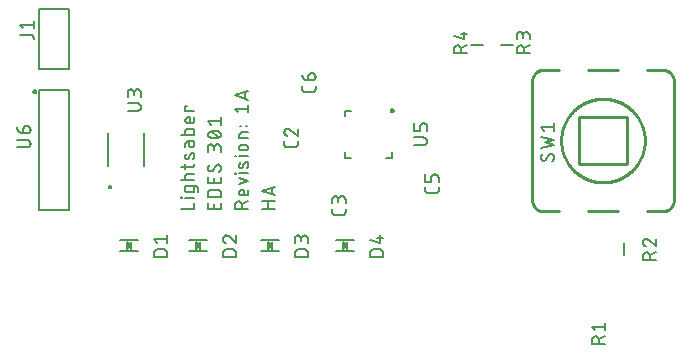
<source format=gbr>
G04 EAGLE Gerber RS-274X export*
G75*
%MOMM*%
%FSLAX34Y34*%
%LPD*%
%INSilkscreen Top*%
%IPPOS*%
%AMOC8*
5,1,8,0,0,1.08239X$1,22.5*%
G01*
%ADD10C,0.152400*%
%ADD11C,0.254000*%
%ADD12C,0.200000*%
%ADD13C,0.127000*%


D10*
X155702Y130302D02*
X166878Y130302D01*
X166878Y135269D01*
X166878Y139474D02*
X159427Y139474D01*
X156323Y139164D02*
X155702Y139164D01*
X155702Y139785D01*
X156323Y139785D01*
X156323Y139164D01*
X166878Y146019D02*
X166878Y149123D01*
X166878Y146019D02*
X166876Y145933D01*
X166870Y145847D01*
X166860Y145762D01*
X166846Y145677D01*
X166829Y145592D01*
X166807Y145509D01*
X166781Y145427D01*
X166752Y145346D01*
X166719Y145267D01*
X166683Y145189D01*
X166643Y145112D01*
X166599Y145038D01*
X166552Y144966D01*
X166502Y144896D01*
X166448Y144829D01*
X166392Y144764D01*
X166332Y144702D01*
X166270Y144642D01*
X166205Y144586D01*
X166138Y144532D01*
X166068Y144482D01*
X165996Y144435D01*
X165922Y144391D01*
X165845Y144351D01*
X165768Y144315D01*
X165688Y144282D01*
X165607Y144253D01*
X165525Y144227D01*
X165442Y144205D01*
X165357Y144188D01*
X165272Y144174D01*
X165187Y144164D01*
X165101Y144158D01*
X165015Y144156D01*
X161290Y144156D01*
X161206Y144158D01*
X161123Y144163D01*
X161040Y144173D01*
X160957Y144186D01*
X160875Y144203D01*
X160794Y144223D01*
X160714Y144247D01*
X160635Y144275D01*
X160558Y144306D01*
X160482Y144340D01*
X160407Y144378D01*
X160334Y144420D01*
X160264Y144464D01*
X160195Y144512D01*
X160128Y144562D01*
X160064Y144616D01*
X160003Y144672D01*
X159943Y144732D01*
X159887Y144793D01*
X159833Y144857D01*
X159783Y144924D01*
X159735Y144993D01*
X159691Y145063D01*
X159649Y145136D01*
X159611Y145211D01*
X159577Y145287D01*
X159546Y145364D01*
X159518Y145443D01*
X159494Y145523D01*
X159474Y145604D01*
X159457Y145686D01*
X159444Y145769D01*
X159434Y145852D01*
X159429Y145935D01*
X159427Y146019D01*
X159427Y149123D01*
X168741Y149123D01*
X168825Y149121D01*
X168908Y149116D01*
X168991Y149106D01*
X169074Y149093D01*
X169156Y149076D01*
X169237Y149056D01*
X169317Y149032D01*
X169396Y149004D01*
X169473Y148973D01*
X169549Y148939D01*
X169624Y148901D01*
X169697Y148859D01*
X169767Y148815D01*
X169836Y148767D01*
X169903Y148717D01*
X169967Y148663D01*
X170028Y148607D01*
X170088Y148547D01*
X170144Y148486D01*
X170198Y148422D01*
X170248Y148355D01*
X170296Y148286D01*
X170340Y148216D01*
X170382Y148143D01*
X170420Y148068D01*
X170454Y147992D01*
X170485Y147915D01*
X170513Y147836D01*
X170537Y147756D01*
X170557Y147675D01*
X170574Y147593D01*
X170587Y147510D01*
X170597Y147427D01*
X170602Y147344D01*
X170604Y147260D01*
X170603Y147260D02*
X170603Y144777D01*
X166878Y154898D02*
X155702Y154898D01*
X159427Y154898D02*
X159427Y158002D01*
X159429Y158086D01*
X159435Y158169D01*
X159444Y158252D01*
X159457Y158335D01*
X159474Y158417D01*
X159494Y158498D01*
X159518Y158578D01*
X159546Y158657D01*
X159577Y158734D01*
X159611Y158810D01*
X159649Y158885D01*
X159691Y158958D01*
X159735Y159028D01*
X159783Y159097D01*
X159833Y159164D01*
X159887Y159228D01*
X159943Y159289D01*
X160003Y159349D01*
X160064Y159405D01*
X160128Y159459D01*
X160195Y159509D01*
X160264Y159557D01*
X160334Y159601D01*
X160407Y159643D01*
X160482Y159681D01*
X160558Y159715D01*
X160635Y159746D01*
X160714Y159774D01*
X160794Y159798D01*
X160875Y159818D01*
X160957Y159835D01*
X161040Y159848D01*
X161123Y159858D01*
X161206Y159863D01*
X161290Y159865D01*
X166878Y159865D01*
X159427Y164166D02*
X159427Y167891D01*
X155702Y165408D02*
X165015Y165408D01*
X165015Y165407D02*
X165099Y165409D01*
X165182Y165415D01*
X165265Y165424D01*
X165348Y165437D01*
X165430Y165454D01*
X165511Y165474D01*
X165591Y165498D01*
X165670Y165526D01*
X165747Y165557D01*
X165823Y165591D01*
X165898Y165629D01*
X165971Y165671D01*
X166041Y165715D01*
X166110Y165763D01*
X166177Y165813D01*
X166241Y165867D01*
X166302Y165923D01*
X166362Y165983D01*
X166418Y166044D01*
X166472Y166108D01*
X166522Y166175D01*
X166570Y166244D01*
X166614Y166314D01*
X166656Y166387D01*
X166694Y166462D01*
X166728Y166538D01*
X166759Y166615D01*
X166787Y166694D01*
X166811Y166774D01*
X166831Y166855D01*
X166848Y166937D01*
X166861Y167020D01*
X166871Y167103D01*
X166876Y167186D01*
X166878Y167270D01*
X166878Y167891D01*
X162532Y173355D02*
X163774Y176459D01*
X162532Y173355D02*
X162501Y173283D01*
X162467Y173213D01*
X162429Y173144D01*
X162388Y173077D01*
X162344Y173012D01*
X162296Y172950D01*
X162246Y172890D01*
X162193Y172832D01*
X162137Y172777D01*
X162078Y172725D01*
X162017Y172676D01*
X161954Y172630D01*
X161889Y172587D01*
X161821Y172547D01*
X161752Y172510D01*
X161681Y172477D01*
X161608Y172448D01*
X161534Y172422D01*
X161459Y172399D01*
X161383Y172381D01*
X161306Y172366D01*
X161228Y172354D01*
X161150Y172347D01*
X161072Y172343D01*
X160994Y172344D01*
X160915Y172348D01*
X160837Y172355D01*
X160760Y172367D01*
X160683Y172382D01*
X160607Y172402D01*
X160532Y172424D01*
X160458Y172451D01*
X160386Y172481D01*
X160315Y172514D01*
X160246Y172551D01*
X160178Y172591D01*
X160113Y172635D01*
X160050Y172681D01*
X159989Y172731D01*
X159931Y172783D01*
X159875Y172838D01*
X159822Y172896D01*
X159772Y172957D01*
X159725Y173019D01*
X159682Y173084D01*
X159641Y173151D01*
X159603Y173220D01*
X159570Y173291D01*
X159539Y173363D01*
X159512Y173437D01*
X159489Y173511D01*
X159469Y173587D01*
X159453Y173664D01*
X159441Y173741D01*
X159433Y173819D01*
X159428Y173898D01*
X159427Y173976D01*
X159428Y173976D02*
X159432Y174145D01*
X159441Y174315D01*
X159453Y174484D01*
X159470Y174652D01*
X159491Y174821D01*
X159515Y174988D01*
X159544Y175155D01*
X159577Y175322D01*
X159614Y175487D01*
X159655Y175652D01*
X159699Y175815D01*
X159748Y175978D01*
X159800Y176139D01*
X159857Y176299D01*
X159917Y176457D01*
X159981Y176614D01*
X160049Y176770D01*
X163773Y176459D02*
X163804Y176531D01*
X163838Y176601D01*
X163876Y176670D01*
X163917Y176737D01*
X163961Y176802D01*
X164009Y176864D01*
X164059Y176924D01*
X164112Y176982D01*
X164168Y177037D01*
X164227Y177089D01*
X164288Y177138D01*
X164351Y177184D01*
X164416Y177227D01*
X164484Y177267D01*
X164553Y177304D01*
X164624Y177337D01*
X164697Y177366D01*
X164771Y177392D01*
X164846Y177415D01*
X164922Y177433D01*
X164999Y177448D01*
X165077Y177460D01*
X165155Y177467D01*
X165233Y177471D01*
X165311Y177470D01*
X165390Y177466D01*
X165468Y177459D01*
X165545Y177447D01*
X165622Y177432D01*
X165698Y177412D01*
X165773Y177390D01*
X165847Y177363D01*
X165919Y177333D01*
X165990Y177300D01*
X166059Y177263D01*
X166127Y177223D01*
X166192Y177179D01*
X166255Y177133D01*
X166316Y177083D01*
X166374Y177031D01*
X166430Y176976D01*
X166483Y176918D01*
X166533Y176857D01*
X166580Y176795D01*
X166623Y176730D01*
X166664Y176663D01*
X166702Y176594D01*
X166735Y176523D01*
X166766Y176451D01*
X166793Y176377D01*
X166816Y176303D01*
X166836Y176227D01*
X166852Y176150D01*
X166864Y176073D01*
X166872Y175995D01*
X166877Y175916D01*
X166878Y175838D01*
X166871Y175589D01*
X166859Y175341D01*
X166841Y175092D01*
X166817Y174844D01*
X166787Y174597D01*
X166751Y174351D01*
X166709Y174105D01*
X166662Y173861D01*
X166608Y173617D01*
X166550Y173375D01*
X166485Y173135D01*
X166415Y172896D01*
X166339Y172659D01*
X166257Y172424D01*
X162532Y184429D02*
X162532Y187223D01*
X162532Y184429D02*
X162534Y184337D01*
X162540Y184245D01*
X162550Y184153D01*
X162563Y184062D01*
X162581Y183971D01*
X162602Y183881D01*
X162627Y183793D01*
X162656Y183705D01*
X162689Y183619D01*
X162725Y183534D01*
X162765Y183451D01*
X162808Y183369D01*
X162855Y183290D01*
X162905Y183212D01*
X162958Y183137D01*
X163014Y183064D01*
X163074Y182993D01*
X163136Y182925D01*
X163201Y182860D01*
X163269Y182798D01*
X163340Y182738D01*
X163413Y182682D01*
X163488Y182629D01*
X163566Y182579D01*
X163645Y182532D01*
X163727Y182489D01*
X163810Y182449D01*
X163895Y182413D01*
X163981Y182380D01*
X164069Y182351D01*
X164157Y182326D01*
X164247Y182305D01*
X164338Y182287D01*
X164429Y182274D01*
X164521Y182264D01*
X164613Y182258D01*
X164705Y182256D01*
X164797Y182258D01*
X164889Y182264D01*
X164981Y182274D01*
X165072Y182287D01*
X165163Y182305D01*
X165253Y182326D01*
X165341Y182351D01*
X165429Y182380D01*
X165515Y182413D01*
X165600Y182449D01*
X165683Y182489D01*
X165765Y182532D01*
X165844Y182579D01*
X165922Y182629D01*
X165997Y182682D01*
X166070Y182738D01*
X166141Y182798D01*
X166209Y182860D01*
X166274Y182925D01*
X166336Y182993D01*
X166396Y183064D01*
X166452Y183137D01*
X166505Y183212D01*
X166555Y183290D01*
X166602Y183369D01*
X166645Y183451D01*
X166685Y183534D01*
X166721Y183619D01*
X166754Y183705D01*
X166783Y183793D01*
X166808Y183881D01*
X166829Y183971D01*
X166847Y184062D01*
X166860Y184153D01*
X166870Y184245D01*
X166876Y184337D01*
X166878Y184429D01*
X166878Y187223D01*
X161290Y187223D01*
X161204Y187221D01*
X161118Y187215D01*
X161033Y187205D01*
X160948Y187191D01*
X160863Y187174D01*
X160780Y187152D01*
X160698Y187126D01*
X160617Y187097D01*
X160538Y187064D01*
X160460Y187028D01*
X160383Y186988D01*
X160309Y186944D01*
X160237Y186897D01*
X160167Y186847D01*
X160100Y186793D01*
X160035Y186737D01*
X159973Y186677D01*
X159913Y186615D01*
X159857Y186550D01*
X159803Y186483D01*
X159753Y186413D01*
X159706Y186341D01*
X159662Y186267D01*
X159622Y186190D01*
X159586Y186113D01*
X159553Y186033D01*
X159524Y185952D01*
X159498Y185870D01*
X159476Y185787D01*
X159459Y185702D01*
X159445Y185617D01*
X159435Y185532D01*
X159429Y185446D01*
X159427Y185360D01*
X159427Y182877D01*
X155702Y193071D02*
X166878Y193071D01*
X166878Y196176D01*
X166876Y196260D01*
X166871Y196343D01*
X166861Y196426D01*
X166848Y196509D01*
X166831Y196591D01*
X166811Y196672D01*
X166787Y196752D01*
X166759Y196831D01*
X166728Y196908D01*
X166694Y196984D01*
X166656Y197059D01*
X166614Y197132D01*
X166570Y197202D01*
X166522Y197271D01*
X166472Y197338D01*
X166418Y197402D01*
X166362Y197463D01*
X166302Y197523D01*
X166241Y197579D01*
X166177Y197633D01*
X166110Y197683D01*
X166041Y197731D01*
X165971Y197775D01*
X165898Y197817D01*
X165823Y197855D01*
X165747Y197889D01*
X165670Y197920D01*
X165591Y197948D01*
X165511Y197972D01*
X165430Y197992D01*
X165348Y198009D01*
X165265Y198022D01*
X165182Y198032D01*
X165099Y198037D01*
X165015Y198039D01*
X165015Y198038D02*
X161290Y198038D01*
X161290Y198039D02*
X161204Y198037D01*
X161118Y198031D01*
X161033Y198021D01*
X160948Y198007D01*
X160863Y197990D01*
X160780Y197968D01*
X160698Y197942D01*
X160617Y197913D01*
X160538Y197880D01*
X160460Y197844D01*
X160383Y197804D01*
X160309Y197760D01*
X160237Y197713D01*
X160167Y197663D01*
X160100Y197609D01*
X160035Y197553D01*
X159973Y197493D01*
X159913Y197431D01*
X159857Y197366D01*
X159803Y197299D01*
X159753Y197229D01*
X159706Y197157D01*
X159662Y197083D01*
X159622Y197006D01*
X159586Y196929D01*
X159553Y196849D01*
X159524Y196768D01*
X159498Y196686D01*
X159476Y196603D01*
X159459Y196518D01*
X159445Y196433D01*
X159435Y196348D01*
X159429Y196262D01*
X159427Y196176D01*
X159427Y193071D01*
X166878Y204766D02*
X166878Y207871D01*
X166878Y204766D02*
X166876Y204680D01*
X166870Y204594D01*
X166860Y204509D01*
X166846Y204424D01*
X166829Y204339D01*
X166807Y204256D01*
X166781Y204174D01*
X166752Y204093D01*
X166719Y204014D01*
X166683Y203936D01*
X166643Y203859D01*
X166599Y203785D01*
X166552Y203713D01*
X166502Y203643D01*
X166448Y203576D01*
X166392Y203511D01*
X166332Y203449D01*
X166270Y203389D01*
X166205Y203333D01*
X166138Y203279D01*
X166068Y203229D01*
X165996Y203182D01*
X165922Y203138D01*
X165845Y203098D01*
X165768Y203062D01*
X165688Y203029D01*
X165607Y203000D01*
X165525Y202974D01*
X165442Y202952D01*
X165357Y202935D01*
X165272Y202921D01*
X165187Y202911D01*
X165101Y202905D01*
X165015Y202903D01*
X161911Y202903D01*
X161812Y202905D01*
X161714Y202911D01*
X161615Y202921D01*
X161518Y202934D01*
X161420Y202952D01*
X161324Y202973D01*
X161228Y202999D01*
X161134Y203028D01*
X161041Y203060D01*
X160949Y203097D01*
X160859Y203137D01*
X160770Y203181D01*
X160683Y203228D01*
X160598Y203278D01*
X160516Y203332D01*
X160435Y203389D01*
X160357Y203449D01*
X160281Y203513D01*
X160208Y203579D01*
X160137Y203648D01*
X160069Y203720D01*
X160005Y203795D01*
X159943Y203872D01*
X159884Y203951D01*
X159829Y204033D01*
X159776Y204117D01*
X159728Y204202D01*
X159682Y204290D01*
X159640Y204380D01*
X159602Y204471D01*
X159568Y204563D01*
X159537Y204657D01*
X159510Y204752D01*
X159486Y204848D01*
X159467Y204945D01*
X159451Y205042D01*
X159439Y205140D01*
X159431Y205239D01*
X159427Y205338D01*
X159427Y205436D01*
X159431Y205535D01*
X159439Y205634D01*
X159451Y205732D01*
X159467Y205829D01*
X159486Y205926D01*
X159510Y206022D01*
X159537Y206117D01*
X159568Y206211D01*
X159602Y206303D01*
X159640Y206394D01*
X159682Y206484D01*
X159728Y206572D01*
X159776Y206657D01*
X159829Y206741D01*
X159884Y206823D01*
X159943Y206902D01*
X160005Y206979D01*
X160069Y207054D01*
X160137Y207126D01*
X160208Y207195D01*
X160281Y207261D01*
X160357Y207325D01*
X160435Y207385D01*
X160516Y207442D01*
X160598Y207496D01*
X160683Y207546D01*
X160770Y207593D01*
X160859Y207637D01*
X160949Y207677D01*
X161041Y207714D01*
X161134Y207746D01*
X161228Y207775D01*
X161324Y207801D01*
X161420Y207822D01*
X161518Y207840D01*
X161615Y207853D01*
X161714Y207863D01*
X161812Y207869D01*
X161911Y207871D01*
X163153Y207871D01*
X163153Y202903D01*
X166878Y213273D02*
X159427Y213273D01*
X159427Y216999D01*
X160669Y216999D01*
X189738Y135269D02*
X189738Y130302D01*
X178562Y130302D01*
X178562Y135269D01*
X183529Y134027D02*
X183529Y130302D01*
X178562Y140180D02*
X189738Y140180D01*
X178562Y140180D02*
X178562Y143284D01*
X178564Y143392D01*
X178570Y143501D01*
X178579Y143608D01*
X178592Y143716D01*
X178609Y143823D01*
X178630Y143929D01*
X178654Y144035D01*
X178682Y144140D01*
X178714Y144243D01*
X178749Y144346D01*
X178788Y144447D01*
X178830Y144547D01*
X178876Y144645D01*
X178925Y144741D01*
X178978Y144836D01*
X179034Y144929D01*
X179093Y145020D01*
X179155Y145108D01*
X179220Y145195D01*
X179288Y145279D01*
X179359Y145361D01*
X179433Y145440D01*
X179510Y145517D01*
X179589Y145591D01*
X179671Y145662D01*
X179755Y145730D01*
X179842Y145795D01*
X179930Y145857D01*
X180021Y145916D01*
X180114Y145972D01*
X180209Y146025D01*
X180305Y146074D01*
X180404Y146120D01*
X180503Y146162D01*
X180604Y146201D01*
X180707Y146236D01*
X180810Y146268D01*
X180915Y146296D01*
X181021Y146320D01*
X181127Y146341D01*
X181234Y146358D01*
X181342Y146371D01*
X181450Y146380D01*
X181558Y146386D01*
X181666Y146388D01*
X181666Y146389D02*
X186634Y146389D01*
X186634Y146388D02*
X186745Y146386D01*
X186855Y146380D01*
X186966Y146370D01*
X187076Y146356D01*
X187185Y146339D01*
X187294Y146317D01*
X187402Y146292D01*
X187508Y146262D01*
X187614Y146229D01*
X187719Y146192D01*
X187822Y146152D01*
X187923Y146107D01*
X188023Y146060D01*
X188122Y146008D01*
X188218Y145953D01*
X188312Y145895D01*
X188404Y145834D01*
X188494Y145769D01*
X188582Y145701D01*
X188667Y145630D01*
X188749Y145556D01*
X188829Y145479D01*
X188906Y145399D01*
X188980Y145317D01*
X189051Y145232D01*
X189119Y145144D01*
X189184Y145054D01*
X189245Y144962D01*
X189303Y144868D01*
X189358Y144772D01*
X189410Y144673D01*
X189457Y144573D01*
X189502Y144472D01*
X189542Y144369D01*
X189579Y144264D01*
X189612Y144158D01*
X189642Y144052D01*
X189667Y143944D01*
X189689Y143835D01*
X189706Y143726D01*
X189720Y143616D01*
X189730Y143505D01*
X189736Y143395D01*
X189738Y143284D01*
X189738Y140180D01*
X189738Y152400D02*
X189738Y157367D01*
X189738Y152400D02*
X178562Y152400D01*
X178562Y157367D01*
X183529Y156125D02*
X183529Y152400D01*
X189738Y165241D02*
X189736Y165338D01*
X189730Y165436D01*
X189721Y165533D01*
X189707Y165630D01*
X189690Y165726D01*
X189669Y165821D01*
X189645Y165915D01*
X189616Y166009D01*
X189584Y166101D01*
X189549Y166192D01*
X189510Y166281D01*
X189467Y166369D01*
X189421Y166455D01*
X189372Y166539D01*
X189319Y166621D01*
X189264Y166701D01*
X189205Y166779D01*
X189143Y166854D01*
X189078Y166927D01*
X189010Y166997D01*
X188940Y167065D01*
X188867Y167130D01*
X188792Y167192D01*
X188714Y167251D01*
X188634Y167306D01*
X188552Y167359D01*
X188468Y167408D01*
X188382Y167454D01*
X188294Y167497D01*
X188205Y167536D01*
X188114Y167571D01*
X188022Y167603D01*
X187928Y167632D01*
X187834Y167656D01*
X187739Y167677D01*
X187643Y167694D01*
X187546Y167708D01*
X187449Y167717D01*
X187352Y167723D01*
X187254Y167725D01*
X189738Y165241D02*
X189736Y165098D01*
X189730Y164955D01*
X189721Y164813D01*
X189707Y164671D01*
X189689Y164529D01*
X189668Y164388D01*
X189643Y164247D01*
X189614Y164107D01*
X189581Y163968D01*
X189545Y163830D01*
X189504Y163693D01*
X189460Y163557D01*
X189413Y163422D01*
X189361Y163289D01*
X189306Y163157D01*
X189248Y163027D01*
X189186Y162898D01*
X189120Y162771D01*
X189051Y162646D01*
X188979Y162523D01*
X188903Y162402D01*
X188825Y162283D01*
X188742Y162166D01*
X188657Y162051D01*
X188569Y161939D01*
X188477Y161829D01*
X188383Y161722D01*
X188286Y161617D01*
X188186Y161515D01*
X181046Y161826D02*
X180948Y161828D01*
X180851Y161834D01*
X180754Y161843D01*
X180657Y161857D01*
X180561Y161874D01*
X180466Y161895D01*
X180372Y161919D01*
X180278Y161948D01*
X180186Y161980D01*
X180095Y162015D01*
X180006Y162054D01*
X179918Y162097D01*
X179832Y162143D01*
X179748Y162192D01*
X179666Y162245D01*
X179586Y162300D01*
X179508Y162359D01*
X179433Y162421D01*
X179360Y162486D01*
X179290Y162554D01*
X179222Y162624D01*
X179157Y162697D01*
X179095Y162772D01*
X179036Y162850D01*
X178981Y162930D01*
X178928Y163012D01*
X178879Y163096D01*
X178833Y163182D01*
X178790Y163270D01*
X178751Y163359D01*
X178716Y163450D01*
X178684Y163542D01*
X178655Y163636D01*
X178631Y163730D01*
X178610Y163825D01*
X178593Y163921D01*
X178579Y164018D01*
X178570Y164115D01*
X178564Y164212D01*
X178562Y164310D01*
X178564Y164440D01*
X178569Y164570D01*
X178578Y164700D01*
X178591Y164830D01*
X178607Y164959D01*
X178627Y165088D01*
X178651Y165216D01*
X178678Y165344D01*
X178709Y165470D01*
X178743Y165596D01*
X178781Y165721D01*
X178822Y165844D01*
X178867Y165967D01*
X178915Y166088D01*
X178966Y166208D01*
X179021Y166326D01*
X179079Y166442D01*
X179140Y166557D01*
X179205Y166671D01*
X179272Y166782D01*
X179343Y166891D01*
X179417Y166999D01*
X179493Y167104D01*
X183219Y163069D02*
X183168Y162986D01*
X183114Y162905D01*
X183057Y162827D01*
X182997Y162751D01*
X182934Y162677D01*
X182868Y162606D01*
X182800Y162537D01*
X182729Y162471D01*
X182656Y162407D01*
X182580Y162347D01*
X182502Y162290D01*
X182421Y162235D01*
X182339Y162184D01*
X182255Y162136D01*
X182169Y162091D01*
X182081Y162049D01*
X181992Y162011D01*
X181902Y161977D01*
X181810Y161945D01*
X181717Y161918D01*
X181623Y161894D01*
X181528Y161873D01*
X181432Y161857D01*
X181336Y161844D01*
X181240Y161834D01*
X181143Y161829D01*
X181046Y161827D01*
X185081Y166482D02*
X185132Y166565D01*
X185186Y166646D01*
X185243Y166724D01*
X185303Y166800D01*
X185366Y166874D01*
X185432Y166945D01*
X185500Y167014D01*
X185571Y167080D01*
X185644Y167144D01*
X185720Y167204D01*
X185798Y167261D01*
X185879Y167316D01*
X185961Y167367D01*
X186045Y167415D01*
X186131Y167460D01*
X186219Y167502D01*
X186308Y167540D01*
X186398Y167574D01*
X186490Y167606D01*
X186583Y167633D01*
X186677Y167657D01*
X186772Y167678D01*
X186868Y167694D01*
X186964Y167707D01*
X187060Y167717D01*
X187157Y167722D01*
X187254Y167724D01*
X185081Y166483D02*
X183219Y163068D01*
X189738Y178661D02*
X189738Y181765D01*
X189736Y181876D01*
X189730Y181986D01*
X189720Y182097D01*
X189706Y182207D01*
X189689Y182316D01*
X189667Y182425D01*
X189642Y182533D01*
X189612Y182639D01*
X189579Y182745D01*
X189542Y182850D01*
X189502Y182953D01*
X189457Y183054D01*
X189410Y183154D01*
X189358Y183253D01*
X189303Y183349D01*
X189245Y183443D01*
X189184Y183535D01*
X189119Y183625D01*
X189051Y183713D01*
X188980Y183798D01*
X188906Y183880D01*
X188829Y183960D01*
X188749Y184037D01*
X188667Y184111D01*
X188582Y184182D01*
X188494Y184250D01*
X188404Y184315D01*
X188312Y184376D01*
X188218Y184434D01*
X188122Y184489D01*
X188023Y184541D01*
X187923Y184588D01*
X187822Y184633D01*
X187719Y184673D01*
X187614Y184710D01*
X187508Y184743D01*
X187402Y184773D01*
X187294Y184798D01*
X187185Y184820D01*
X187076Y184837D01*
X186966Y184851D01*
X186855Y184861D01*
X186745Y184867D01*
X186634Y184869D01*
X186523Y184867D01*
X186413Y184861D01*
X186302Y184851D01*
X186192Y184837D01*
X186083Y184820D01*
X185974Y184798D01*
X185866Y184773D01*
X185760Y184743D01*
X185654Y184710D01*
X185549Y184673D01*
X185446Y184633D01*
X185345Y184588D01*
X185245Y184541D01*
X185146Y184489D01*
X185050Y184434D01*
X184956Y184376D01*
X184864Y184315D01*
X184774Y184250D01*
X184686Y184182D01*
X184601Y184111D01*
X184519Y184037D01*
X184439Y183960D01*
X184362Y183880D01*
X184288Y183798D01*
X184217Y183713D01*
X184149Y183625D01*
X184084Y183535D01*
X184023Y183443D01*
X183965Y183349D01*
X183910Y183253D01*
X183858Y183154D01*
X183811Y183054D01*
X183766Y182953D01*
X183726Y182850D01*
X183689Y182745D01*
X183656Y182639D01*
X183626Y182533D01*
X183601Y182425D01*
X183579Y182316D01*
X183562Y182207D01*
X183548Y182097D01*
X183538Y181986D01*
X183532Y181876D01*
X183530Y181765D01*
X178562Y182386D02*
X178562Y178661D01*
X178562Y182386D02*
X178564Y182485D01*
X178570Y182583D01*
X178580Y182682D01*
X178593Y182779D01*
X178611Y182877D01*
X178632Y182973D01*
X178658Y183069D01*
X178687Y183163D01*
X178719Y183256D01*
X178756Y183348D01*
X178796Y183438D01*
X178840Y183527D01*
X178887Y183614D01*
X178937Y183699D01*
X178991Y183781D01*
X179048Y183862D01*
X179108Y183940D01*
X179172Y184016D01*
X179238Y184089D01*
X179307Y184160D01*
X179379Y184228D01*
X179454Y184292D01*
X179531Y184354D01*
X179610Y184413D01*
X179692Y184468D01*
X179776Y184521D01*
X179861Y184569D01*
X179949Y184615D01*
X180039Y184657D01*
X180130Y184695D01*
X180222Y184729D01*
X180316Y184760D01*
X180411Y184787D01*
X180507Y184811D01*
X180604Y184830D01*
X180701Y184846D01*
X180799Y184858D01*
X180898Y184866D01*
X180997Y184870D01*
X181095Y184870D01*
X181194Y184866D01*
X181293Y184858D01*
X181391Y184846D01*
X181488Y184830D01*
X181585Y184811D01*
X181681Y184787D01*
X181776Y184760D01*
X181870Y184729D01*
X181962Y184695D01*
X182053Y184657D01*
X182143Y184615D01*
X182231Y184569D01*
X182316Y184521D01*
X182400Y184468D01*
X182482Y184413D01*
X182561Y184354D01*
X182638Y184292D01*
X182713Y184228D01*
X182785Y184160D01*
X182854Y184089D01*
X182920Y184016D01*
X182984Y183940D01*
X183044Y183862D01*
X183101Y183781D01*
X183155Y183699D01*
X183205Y183614D01*
X183252Y183527D01*
X183296Y183438D01*
X183336Y183348D01*
X183373Y183256D01*
X183405Y183163D01*
X183434Y183069D01*
X183460Y182973D01*
X183481Y182877D01*
X183499Y182779D01*
X183512Y182682D01*
X183522Y182583D01*
X183528Y182485D01*
X183530Y182386D01*
X183529Y182386D02*
X183529Y179902D01*
X184150Y190091D02*
X183930Y190094D01*
X183710Y190101D01*
X183491Y190115D01*
X183272Y190133D01*
X183053Y190157D01*
X182835Y190185D01*
X182618Y190219D01*
X182402Y190258D01*
X182186Y190303D01*
X181972Y190352D01*
X181759Y190407D01*
X181547Y190466D01*
X181337Y190531D01*
X181129Y190601D01*
X180922Y190675D01*
X180717Y190755D01*
X180514Y190839D01*
X180313Y190928D01*
X180114Y191022D01*
X180025Y191055D01*
X179937Y191091D01*
X179851Y191131D01*
X179766Y191174D01*
X179684Y191221D01*
X179603Y191272D01*
X179525Y191325D01*
X179449Y191382D01*
X179375Y191442D01*
X179304Y191505D01*
X179235Y191570D01*
X179169Y191639D01*
X179107Y191710D01*
X179047Y191784D01*
X178990Y191860D01*
X178936Y191938D01*
X178886Y192019D01*
X178839Y192101D01*
X178796Y192186D01*
X178756Y192272D01*
X178719Y192360D01*
X178687Y192449D01*
X178658Y192539D01*
X178632Y192631D01*
X178611Y192723D01*
X178593Y192817D01*
X178580Y192911D01*
X178570Y193005D01*
X178564Y193100D01*
X178562Y193195D01*
X178564Y193290D01*
X178570Y193385D01*
X178580Y193479D01*
X178593Y193573D01*
X178611Y193667D01*
X178632Y193759D01*
X178658Y193851D01*
X178687Y193941D01*
X178719Y194030D01*
X178756Y194118D01*
X178796Y194204D01*
X178839Y194289D01*
X178886Y194371D01*
X178936Y194452D01*
X178990Y194530D01*
X179047Y194606D01*
X179107Y194680D01*
X179169Y194751D01*
X179235Y194820D01*
X179304Y194885D01*
X179375Y194948D01*
X179449Y195008D01*
X179525Y195065D01*
X179603Y195118D01*
X179684Y195169D01*
X179767Y195216D01*
X179851Y195259D01*
X179937Y195299D01*
X180025Y195335D01*
X180114Y195368D01*
X180114Y195369D02*
X180313Y195463D01*
X180514Y195552D01*
X180717Y195636D01*
X180922Y195716D01*
X181129Y195790D01*
X181337Y195860D01*
X181547Y195925D01*
X181759Y195984D01*
X181972Y196039D01*
X182186Y196088D01*
X182402Y196133D01*
X182618Y196172D01*
X182835Y196206D01*
X183053Y196234D01*
X183272Y196258D01*
X183491Y196276D01*
X183710Y196290D01*
X183930Y196297D01*
X184150Y196300D01*
X184150Y190091D02*
X184370Y190094D01*
X184590Y190101D01*
X184809Y190115D01*
X185028Y190133D01*
X185247Y190157D01*
X185465Y190185D01*
X185682Y190219D01*
X185898Y190258D01*
X186114Y190303D01*
X186328Y190352D01*
X186541Y190407D01*
X186753Y190466D01*
X186963Y190531D01*
X187171Y190601D01*
X187378Y190675D01*
X187583Y190755D01*
X187786Y190839D01*
X187987Y190928D01*
X188186Y191022D01*
X188275Y191055D01*
X188363Y191091D01*
X188449Y191131D01*
X188534Y191174D01*
X188616Y191221D01*
X188697Y191272D01*
X188775Y191325D01*
X188851Y191382D01*
X188925Y191442D01*
X188996Y191505D01*
X189065Y191570D01*
X189131Y191639D01*
X189193Y191710D01*
X189253Y191784D01*
X189310Y191860D01*
X189364Y191938D01*
X189414Y192019D01*
X189461Y192101D01*
X189504Y192186D01*
X189544Y192272D01*
X189581Y192360D01*
X189613Y192449D01*
X189642Y192539D01*
X189668Y192631D01*
X189689Y192723D01*
X189707Y192817D01*
X189720Y192911D01*
X189730Y193005D01*
X189736Y193100D01*
X189738Y193195D01*
X188186Y195369D02*
X187987Y195463D01*
X187786Y195552D01*
X187583Y195636D01*
X187378Y195716D01*
X187171Y195790D01*
X186963Y195860D01*
X186753Y195925D01*
X186541Y195984D01*
X186328Y196039D01*
X186114Y196088D01*
X185898Y196133D01*
X185682Y196172D01*
X185465Y196206D01*
X185247Y196234D01*
X185028Y196258D01*
X184809Y196276D01*
X184590Y196290D01*
X184370Y196297D01*
X184150Y196300D01*
X188186Y195368D02*
X188275Y195335D01*
X188363Y195299D01*
X188449Y195259D01*
X188534Y195216D01*
X188616Y195169D01*
X188697Y195118D01*
X188775Y195065D01*
X188851Y195008D01*
X188925Y194948D01*
X188996Y194885D01*
X189065Y194820D01*
X189131Y194751D01*
X189193Y194680D01*
X189253Y194606D01*
X189310Y194530D01*
X189364Y194452D01*
X189414Y194371D01*
X189461Y194289D01*
X189504Y194204D01*
X189544Y194118D01*
X189581Y194030D01*
X189613Y193941D01*
X189642Y193851D01*
X189668Y193759D01*
X189689Y193667D01*
X189707Y193573D01*
X189720Y193479D01*
X189730Y193385D01*
X189736Y193290D01*
X189738Y193195D01*
X187254Y190712D02*
X181046Y195679D01*
X181046Y201521D02*
X178562Y204625D01*
X189738Y204625D01*
X189738Y201521D02*
X189738Y207730D01*
X201422Y130302D02*
X212598Y130302D01*
X201422Y130302D02*
X201422Y133406D01*
X201424Y133517D01*
X201430Y133627D01*
X201440Y133738D01*
X201454Y133848D01*
X201471Y133957D01*
X201493Y134066D01*
X201518Y134174D01*
X201548Y134280D01*
X201581Y134386D01*
X201618Y134491D01*
X201658Y134594D01*
X201703Y134695D01*
X201750Y134795D01*
X201802Y134894D01*
X201857Y134990D01*
X201915Y135084D01*
X201976Y135176D01*
X202041Y135266D01*
X202109Y135354D01*
X202180Y135439D01*
X202254Y135521D01*
X202331Y135601D01*
X202411Y135678D01*
X202493Y135752D01*
X202578Y135823D01*
X202666Y135891D01*
X202756Y135956D01*
X202848Y136017D01*
X202942Y136075D01*
X203038Y136130D01*
X203137Y136182D01*
X203237Y136229D01*
X203338Y136274D01*
X203441Y136314D01*
X203546Y136351D01*
X203652Y136384D01*
X203758Y136414D01*
X203866Y136439D01*
X203975Y136461D01*
X204084Y136478D01*
X204194Y136492D01*
X204305Y136502D01*
X204415Y136508D01*
X204526Y136510D01*
X204637Y136508D01*
X204747Y136502D01*
X204858Y136492D01*
X204968Y136478D01*
X205077Y136461D01*
X205186Y136439D01*
X205294Y136414D01*
X205400Y136384D01*
X205506Y136351D01*
X205611Y136314D01*
X205714Y136274D01*
X205815Y136229D01*
X205915Y136182D01*
X206014Y136130D01*
X206110Y136075D01*
X206204Y136017D01*
X206296Y135956D01*
X206386Y135891D01*
X206474Y135823D01*
X206559Y135752D01*
X206641Y135678D01*
X206721Y135601D01*
X206798Y135521D01*
X206872Y135439D01*
X206943Y135354D01*
X207011Y135266D01*
X207076Y135176D01*
X207137Y135084D01*
X207195Y134990D01*
X207250Y134894D01*
X207302Y134795D01*
X207349Y134695D01*
X207394Y134594D01*
X207434Y134491D01*
X207471Y134386D01*
X207504Y134280D01*
X207534Y134174D01*
X207559Y134066D01*
X207581Y133957D01*
X207598Y133848D01*
X207612Y133738D01*
X207622Y133627D01*
X207628Y133517D01*
X207630Y133406D01*
X207631Y133406D02*
X207631Y130302D01*
X207631Y134027D02*
X212598Y136511D01*
X212598Y143362D02*
X212598Y146466D01*
X212598Y143362D02*
X212596Y143276D01*
X212590Y143190D01*
X212580Y143105D01*
X212566Y143020D01*
X212549Y142935D01*
X212527Y142852D01*
X212501Y142770D01*
X212472Y142689D01*
X212439Y142610D01*
X212403Y142532D01*
X212363Y142455D01*
X212319Y142381D01*
X212272Y142309D01*
X212222Y142239D01*
X212168Y142172D01*
X212112Y142107D01*
X212052Y142045D01*
X211990Y141985D01*
X211925Y141929D01*
X211858Y141875D01*
X211788Y141825D01*
X211716Y141778D01*
X211642Y141734D01*
X211565Y141694D01*
X211488Y141658D01*
X211408Y141625D01*
X211327Y141596D01*
X211245Y141570D01*
X211162Y141548D01*
X211077Y141531D01*
X210992Y141517D01*
X210907Y141507D01*
X210821Y141501D01*
X210735Y141499D01*
X207631Y141499D01*
X207631Y141498D02*
X207532Y141500D01*
X207434Y141506D01*
X207335Y141516D01*
X207238Y141529D01*
X207140Y141547D01*
X207044Y141568D01*
X206948Y141594D01*
X206854Y141623D01*
X206761Y141655D01*
X206669Y141692D01*
X206579Y141732D01*
X206490Y141776D01*
X206403Y141823D01*
X206318Y141873D01*
X206236Y141927D01*
X206155Y141984D01*
X206077Y142044D01*
X206001Y142108D01*
X205928Y142174D01*
X205857Y142243D01*
X205789Y142315D01*
X205725Y142390D01*
X205663Y142467D01*
X205604Y142546D01*
X205549Y142628D01*
X205496Y142712D01*
X205448Y142797D01*
X205402Y142885D01*
X205360Y142975D01*
X205322Y143066D01*
X205288Y143158D01*
X205257Y143252D01*
X205230Y143347D01*
X205206Y143443D01*
X205187Y143540D01*
X205171Y143637D01*
X205159Y143735D01*
X205151Y143834D01*
X205147Y143933D01*
X205147Y144031D01*
X205151Y144130D01*
X205159Y144229D01*
X205171Y144327D01*
X205187Y144424D01*
X205206Y144521D01*
X205230Y144617D01*
X205257Y144712D01*
X205288Y144806D01*
X205322Y144898D01*
X205360Y144989D01*
X205402Y145079D01*
X205448Y145167D01*
X205496Y145252D01*
X205549Y145336D01*
X205604Y145418D01*
X205663Y145497D01*
X205725Y145574D01*
X205789Y145649D01*
X205857Y145721D01*
X205928Y145790D01*
X206001Y145856D01*
X206077Y145920D01*
X206155Y145980D01*
X206236Y146037D01*
X206318Y146091D01*
X206403Y146141D01*
X206490Y146188D01*
X206579Y146232D01*
X206669Y146272D01*
X206761Y146309D01*
X206854Y146341D01*
X206948Y146370D01*
X207044Y146396D01*
X207140Y146417D01*
X207238Y146435D01*
X207335Y146448D01*
X207434Y146458D01*
X207532Y146464D01*
X207631Y146466D01*
X208873Y146466D01*
X208873Y141499D01*
X205147Y151024D02*
X212598Y153507D01*
X205147Y155991D01*
X205147Y160365D02*
X212598Y160365D01*
X202043Y160055D02*
X201422Y160055D01*
X201422Y160676D01*
X202043Y160676D01*
X202043Y160055D01*
X208252Y166052D02*
X209494Y169157D01*
X208252Y166052D02*
X208221Y165980D01*
X208187Y165910D01*
X208149Y165841D01*
X208108Y165774D01*
X208064Y165709D01*
X208016Y165647D01*
X207966Y165587D01*
X207913Y165529D01*
X207857Y165474D01*
X207798Y165422D01*
X207737Y165373D01*
X207674Y165327D01*
X207609Y165284D01*
X207541Y165244D01*
X207472Y165207D01*
X207401Y165174D01*
X207328Y165145D01*
X207254Y165119D01*
X207179Y165096D01*
X207103Y165078D01*
X207026Y165063D01*
X206948Y165051D01*
X206870Y165044D01*
X206792Y165040D01*
X206714Y165041D01*
X206635Y165045D01*
X206557Y165052D01*
X206480Y165064D01*
X206403Y165079D01*
X206327Y165099D01*
X206252Y165121D01*
X206178Y165148D01*
X206106Y165178D01*
X206035Y165211D01*
X205966Y165248D01*
X205898Y165288D01*
X205833Y165332D01*
X205770Y165378D01*
X205709Y165428D01*
X205651Y165480D01*
X205595Y165535D01*
X205542Y165593D01*
X205492Y165654D01*
X205445Y165716D01*
X205402Y165781D01*
X205361Y165848D01*
X205323Y165917D01*
X205290Y165988D01*
X205259Y166060D01*
X205232Y166134D01*
X205209Y166208D01*
X205189Y166284D01*
X205173Y166361D01*
X205161Y166438D01*
X205153Y166516D01*
X205148Y166595D01*
X205147Y166673D01*
X205148Y166673D02*
X205152Y166842D01*
X205161Y167012D01*
X205173Y167181D01*
X205190Y167349D01*
X205211Y167518D01*
X205235Y167685D01*
X205264Y167852D01*
X205297Y168019D01*
X205334Y168184D01*
X205375Y168349D01*
X205419Y168512D01*
X205468Y168675D01*
X205520Y168836D01*
X205577Y168996D01*
X205637Y169154D01*
X205701Y169311D01*
X205769Y169467D01*
X209493Y169157D02*
X209524Y169229D01*
X209558Y169299D01*
X209596Y169368D01*
X209637Y169435D01*
X209681Y169500D01*
X209729Y169562D01*
X209779Y169622D01*
X209832Y169680D01*
X209888Y169735D01*
X209947Y169787D01*
X210008Y169836D01*
X210071Y169882D01*
X210136Y169925D01*
X210204Y169965D01*
X210273Y170002D01*
X210344Y170035D01*
X210417Y170064D01*
X210491Y170090D01*
X210566Y170113D01*
X210642Y170131D01*
X210719Y170146D01*
X210797Y170158D01*
X210875Y170165D01*
X210953Y170169D01*
X211031Y170168D01*
X211110Y170164D01*
X211188Y170157D01*
X211265Y170145D01*
X211342Y170130D01*
X211418Y170110D01*
X211493Y170088D01*
X211567Y170061D01*
X211639Y170031D01*
X211710Y169998D01*
X211779Y169961D01*
X211847Y169921D01*
X211912Y169877D01*
X211975Y169831D01*
X212036Y169781D01*
X212094Y169729D01*
X212150Y169674D01*
X212203Y169616D01*
X212253Y169555D01*
X212300Y169493D01*
X212343Y169428D01*
X212384Y169361D01*
X212422Y169292D01*
X212455Y169221D01*
X212486Y169149D01*
X212513Y169075D01*
X212536Y169001D01*
X212556Y168925D01*
X212572Y168848D01*
X212584Y168771D01*
X212592Y168693D01*
X212597Y168614D01*
X212598Y168536D01*
X212598Y168535D02*
X212591Y168286D01*
X212579Y168038D01*
X212561Y167789D01*
X212537Y167541D01*
X212507Y167294D01*
X212471Y167048D01*
X212429Y166802D01*
X212382Y166558D01*
X212328Y166314D01*
X212270Y166072D01*
X212205Y165832D01*
X212135Y165593D01*
X212059Y165356D01*
X211977Y165121D01*
X212598Y174843D02*
X205147Y174843D01*
X202043Y174533D02*
X201422Y174533D01*
X201422Y175154D01*
X202043Y175154D01*
X202043Y174533D01*
X207631Y179599D02*
X210114Y179599D01*
X207631Y179598D02*
X207532Y179600D01*
X207434Y179606D01*
X207335Y179616D01*
X207238Y179629D01*
X207140Y179647D01*
X207044Y179668D01*
X206948Y179694D01*
X206854Y179723D01*
X206761Y179755D01*
X206669Y179792D01*
X206579Y179832D01*
X206490Y179876D01*
X206403Y179923D01*
X206318Y179973D01*
X206236Y180027D01*
X206155Y180084D01*
X206077Y180144D01*
X206001Y180208D01*
X205928Y180274D01*
X205857Y180343D01*
X205789Y180415D01*
X205725Y180490D01*
X205663Y180567D01*
X205604Y180646D01*
X205549Y180728D01*
X205496Y180812D01*
X205448Y180897D01*
X205402Y180985D01*
X205360Y181075D01*
X205322Y181166D01*
X205288Y181258D01*
X205257Y181352D01*
X205230Y181447D01*
X205206Y181543D01*
X205187Y181640D01*
X205171Y181737D01*
X205159Y181835D01*
X205151Y181934D01*
X205147Y182033D01*
X205147Y182131D01*
X205151Y182230D01*
X205159Y182329D01*
X205171Y182427D01*
X205187Y182524D01*
X205206Y182621D01*
X205230Y182717D01*
X205257Y182812D01*
X205288Y182906D01*
X205322Y182998D01*
X205360Y183089D01*
X205402Y183179D01*
X205448Y183267D01*
X205496Y183352D01*
X205549Y183436D01*
X205604Y183518D01*
X205663Y183597D01*
X205725Y183674D01*
X205789Y183749D01*
X205857Y183821D01*
X205928Y183890D01*
X206001Y183956D01*
X206077Y184020D01*
X206155Y184080D01*
X206236Y184137D01*
X206318Y184191D01*
X206403Y184241D01*
X206490Y184288D01*
X206579Y184332D01*
X206669Y184372D01*
X206761Y184409D01*
X206854Y184441D01*
X206948Y184470D01*
X207044Y184496D01*
X207140Y184517D01*
X207238Y184535D01*
X207335Y184548D01*
X207434Y184558D01*
X207532Y184564D01*
X207631Y184566D01*
X210114Y184566D01*
X210213Y184564D01*
X210311Y184558D01*
X210410Y184548D01*
X210507Y184535D01*
X210605Y184517D01*
X210701Y184496D01*
X210797Y184470D01*
X210891Y184441D01*
X210984Y184409D01*
X211076Y184372D01*
X211166Y184332D01*
X211255Y184288D01*
X211342Y184241D01*
X211427Y184191D01*
X211509Y184137D01*
X211590Y184080D01*
X211668Y184020D01*
X211744Y183956D01*
X211817Y183890D01*
X211888Y183821D01*
X211956Y183749D01*
X212020Y183674D01*
X212082Y183597D01*
X212141Y183518D01*
X212196Y183436D01*
X212249Y183352D01*
X212297Y183267D01*
X212343Y183179D01*
X212385Y183089D01*
X212423Y182998D01*
X212457Y182906D01*
X212488Y182812D01*
X212515Y182717D01*
X212539Y182621D01*
X212558Y182524D01*
X212574Y182427D01*
X212586Y182329D01*
X212594Y182230D01*
X212598Y182131D01*
X212598Y182033D01*
X212594Y181934D01*
X212586Y181835D01*
X212574Y181737D01*
X212558Y181640D01*
X212539Y181543D01*
X212515Y181447D01*
X212488Y181352D01*
X212457Y181258D01*
X212423Y181166D01*
X212385Y181075D01*
X212343Y180985D01*
X212297Y180897D01*
X212249Y180812D01*
X212196Y180728D01*
X212141Y180646D01*
X212082Y180567D01*
X212020Y180490D01*
X211956Y180415D01*
X211888Y180343D01*
X211817Y180274D01*
X211744Y180208D01*
X211668Y180144D01*
X211590Y180084D01*
X211509Y180027D01*
X211427Y179973D01*
X211342Y179923D01*
X211255Y179876D01*
X211166Y179832D01*
X211076Y179792D01*
X210984Y179755D01*
X210891Y179723D01*
X210797Y179694D01*
X210701Y179668D01*
X210605Y179647D01*
X210507Y179629D01*
X210410Y179616D01*
X210311Y179606D01*
X210213Y179600D01*
X210114Y179598D01*
X212598Y189886D02*
X205147Y189886D01*
X205147Y192990D01*
X205149Y193074D01*
X205155Y193157D01*
X205164Y193240D01*
X205177Y193323D01*
X205194Y193405D01*
X205214Y193486D01*
X205238Y193566D01*
X205266Y193645D01*
X205297Y193722D01*
X205331Y193798D01*
X205369Y193873D01*
X205411Y193946D01*
X205455Y194016D01*
X205503Y194085D01*
X205553Y194152D01*
X205607Y194216D01*
X205663Y194277D01*
X205723Y194337D01*
X205784Y194393D01*
X205848Y194447D01*
X205915Y194497D01*
X205984Y194545D01*
X206054Y194589D01*
X206127Y194631D01*
X206202Y194669D01*
X206278Y194703D01*
X206355Y194734D01*
X206434Y194762D01*
X206514Y194786D01*
X206595Y194806D01*
X206677Y194823D01*
X206760Y194836D01*
X206843Y194846D01*
X206926Y194851D01*
X207010Y194853D01*
X212598Y194853D01*
X211667Y200060D02*
X211046Y200060D01*
X211046Y200681D01*
X211667Y200681D01*
X211667Y200060D01*
X206700Y200060D02*
X206079Y200060D01*
X206079Y200681D01*
X206700Y200681D01*
X206700Y200060D01*
X203906Y211744D02*
X201422Y214848D01*
X212598Y214848D01*
X212598Y211744D02*
X212598Y217953D01*
X212598Y222553D02*
X201422Y226278D01*
X212598Y230004D01*
X209804Y229072D02*
X209804Y223484D01*
X224282Y130302D02*
X235458Y130302D01*
X229249Y130302D02*
X229249Y136511D01*
X224282Y136511D02*
X235458Y136511D01*
X235458Y141492D02*
X224282Y145217D01*
X235458Y148943D01*
X232664Y148011D02*
X232664Y142423D01*
D11*
X453080Y137960D02*
X453083Y137718D01*
X453092Y137477D01*
X453106Y137236D01*
X453127Y136995D01*
X453153Y136755D01*
X453185Y136515D01*
X453223Y136276D01*
X453266Y136039D01*
X453316Y135802D01*
X453371Y135567D01*
X453431Y135333D01*
X453498Y135101D01*
X453569Y134870D01*
X453647Y134641D01*
X453730Y134414D01*
X453818Y134189D01*
X453912Y133966D01*
X454011Y133746D01*
X454116Y133528D01*
X454225Y133313D01*
X454340Y133100D01*
X454460Y132890D01*
X454585Y132684D01*
X454715Y132480D01*
X454850Y132279D01*
X454990Y132082D01*
X455134Y131888D01*
X455283Y131698D01*
X455437Y131512D01*
X455595Y131329D01*
X455757Y131150D01*
X455924Y130975D01*
X456095Y130804D01*
X456270Y130637D01*
X456449Y130475D01*
X456632Y130317D01*
X456818Y130163D01*
X457008Y130014D01*
X457202Y129870D01*
X457399Y129730D01*
X457600Y129595D01*
X457804Y129465D01*
X458010Y129340D01*
X458220Y129220D01*
X458433Y129105D01*
X458648Y128996D01*
X458866Y128891D01*
X459086Y128792D01*
X459309Y128698D01*
X459534Y128610D01*
X459761Y128527D01*
X459990Y128449D01*
X460221Y128378D01*
X460453Y128311D01*
X460687Y128251D01*
X460922Y128196D01*
X461159Y128146D01*
X461396Y128103D01*
X461635Y128065D01*
X461875Y128033D01*
X462115Y128007D01*
X462356Y127986D01*
X462597Y127972D01*
X462838Y127963D01*
X463080Y127960D01*
X453080Y137960D02*
X453080Y237960D01*
X453083Y238202D01*
X453092Y238443D01*
X453106Y238684D01*
X453127Y238925D01*
X453153Y239165D01*
X453185Y239405D01*
X453223Y239644D01*
X453266Y239881D01*
X453316Y240118D01*
X453371Y240353D01*
X453431Y240587D01*
X453498Y240819D01*
X453569Y241050D01*
X453647Y241279D01*
X453730Y241506D01*
X453818Y241731D01*
X453912Y241954D01*
X454011Y242174D01*
X454116Y242392D01*
X454225Y242607D01*
X454340Y242820D01*
X454460Y243030D01*
X454585Y243236D01*
X454715Y243440D01*
X454850Y243641D01*
X454990Y243838D01*
X455134Y244032D01*
X455283Y244222D01*
X455437Y244408D01*
X455595Y244591D01*
X455757Y244770D01*
X455924Y244945D01*
X456095Y245116D01*
X456270Y245283D01*
X456449Y245445D01*
X456632Y245603D01*
X456818Y245757D01*
X457008Y245906D01*
X457202Y246050D01*
X457399Y246190D01*
X457600Y246325D01*
X457804Y246455D01*
X458010Y246580D01*
X458220Y246700D01*
X458433Y246815D01*
X458648Y246924D01*
X458866Y247029D01*
X459086Y247128D01*
X459309Y247222D01*
X459534Y247310D01*
X459761Y247393D01*
X459990Y247471D01*
X460221Y247542D01*
X460453Y247609D01*
X460687Y247669D01*
X460922Y247724D01*
X461159Y247774D01*
X461396Y247817D01*
X461635Y247855D01*
X461875Y247887D01*
X462115Y247913D01*
X462356Y247934D01*
X462597Y247948D01*
X462838Y247957D01*
X463080Y247960D01*
X563080Y247960D02*
X563322Y247957D01*
X563563Y247948D01*
X563804Y247934D01*
X564045Y247913D01*
X564285Y247887D01*
X564525Y247855D01*
X564764Y247817D01*
X565001Y247774D01*
X565238Y247724D01*
X565473Y247669D01*
X565707Y247609D01*
X565939Y247542D01*
X566170Y247471D01*
X566399Y247393D01*
X566626Y247310D01*
X566851Y247222D01*
X567074Y247128D01*
X567294Y247029D01*
X567512Y246924D01*
X567727Y246815D01*
X567940Y246700D01*
X568150Y246580D01*
X568356Y246455D01*
X568560Y246325D01*
X568761Y246190D01*
X568958Y246050D01*
X569152Y245906D01*
X569342Y245757D01*
X569528Y245603D01*
X569711Y245445D01*
X569890Y245283D01*
X570065Y245116D01*
X570236Y244945D01*
X570403Y244770D01*
X570565Y244591D01*
X570723Y244408D01*
X570877Y244222D01*
X571026Y244032D01*
X571170Y243838D01*
X571310Y243641D01*
X571445Y243440D01*
X571575Y243236D01*
X571700Y243030D01*
X571820Y242820D01*
X571935Y242607D01*
X572044Y242392D01*
X572149Y242174D01*
X572248Y241954D01*
X572342Y241731D01*
X572430Y241506D01*
X572513Y241279D01*
X572591Y241050D01*
X572662Y240819D01*
X572729Y240587D01*
X572789Y240353D01*
X572844Y240118D01*
X572894Y239881D01*
X572937Y239644D01*
X572975Y239405D01*
X573007Y239165D01*
X573033Y238925D01*
X573054Y238684D01*
X573068Y238443D01*
X573077Y238202D01*
X573080Y237960D01*
X573080Y137960D01*
X573077Y137718D01*
X573068Y137477D01*
X573054Y137236D01*
X573033Y136995D01*
X573007Y136755D01*
X572975Y136515D01*
X572937Y136276D01*
X572894Y136039D01*
X572844Y135802D01*
X572789Y135567D01*
X572729Y135333D01*
X572662Y135101D01*
X572591Y134870D01*
X572513Y134641D01*
X572430Y134414D01*
X572342Y134189D01*
X572248Y133966D01*
X572149Y133746D01*
X572044Y133528D01*
X571935Y133313D01*
X571820Y133100D01*
X571700Y132890D01*
X571575Y132684D01*
X571445Y132480D01*
X571310Y132279D01*
X571170Y132082D01*
X571026Y131888D01*
X570877Y131698D01*
X570723Y131512D01*
X570565Y131329D01*
X570403Y131150D01*
X570236Y130975D01*
X570065Y130804D01*
X569890Y130637D01*
X569711Y130475D01*
X569528Y130317D01*
X569342Y130163D01*
X569152Y130014D01*
X568958Y129870D01*
X568761Y129730D01*
X568560Y129595D01*
X568356Y129465D01*
X568150Y129340D01*
X567940Y129220D01*
X567727Y129105D01*
X567512Y128996D01*
X567294Y128891D01*
X567074Y128792D01*
X566851Y128698D01*
X566626Y128610D01*
X566399Y128527D01*
X566170Y128449D01*
X565939Y128378D01*
X565707Y128311D01*
X565473Y128251D01*
X565238Y128196D01*
X565001Y128146D01*
X564764Y128103D01*
X564525Y128065D01*
X564285Y128033D01*
X564045Y128007D01*
X563804Y127986D01*
X563563Y127972D01*
X563322Y127963D01*
X563080Y127960D01*
X477725Y187960D02*
X477736Y188828D01*
X477768Y189695D01*
X477821Y190561D01*
X477895Y191425D01*
X477991Y192288D01*
X478108Y193148D01*
X478246Y194004D01*
X478404Y194857D01*
X478584Y195706D01*
X478785Y196551D01*
X479006Y197390D01*
X479247Y198223D01*
X479509Y199050D01*
X479792Y199871D01*
X480094Y200684D01*
X480416Y201490D01*
X480758Y202287D01*
X481119Y203076D01*
X481500Y203856D01*
X481900Y204626D01*
X482318Y205386D01*
X482755Y206136D01*
X483210Y206875D01*
X483683Y207602D01*
X484174Y208318D01*
X484683Y209021D01*
X485208Y209712D01*
X485750Y210389D01*
X486309Y211053D01*
X486884Y211703D01*
X487474Y212339D01*
X488080Y212960D01*
X488701Y213566D01*
X489337Y214156D01*
X489987Y214731D01*
X490651Y215290D01*
X491328Y215832D01*
X492019Y216357D01*
X492722Y216866D01*
X493438Y217357D01*
X494165Y217830D01*
X494904Y218285D01*
X495654Y218722D01*
X496414Y219140D01*
X497184Y219540D01*
X497964Y219921D01*
X498753Y220282D01*
X499550Y220624D01*
X500356Y220946D01*
X501169Y221248D01*
X501990Y221531D01*
X502817Y221793D01*
X503650Y222034D01*
X504489Y222255D01*
X505334Y222456D01*
X506183Y222636D01*
X507036Y222794D01*
X507892Y222932D01*
X508752Y223049D01*
X509615Y223145D01*
X510479Y223219D01*
X511345Y223272D01*
X512212Y223304D01*
X513080Y223315D01*
X513948Y223304D01*
X514815Y223272D01*
X515681Y223219D01*
X516545Y223145D01*
X517408Y223049D01*
X518268Y222932D01*
X519124Y222794D01*
X519977Y222636D01*
X520826Y222456D01*
X521671Y222255D01*
X522510Y222034D01*
X523343Y221793D01*
X524170Y221531D01*
X524991Y221248D01*
X525804Y220946D01*
X526610Y220624D01*
X527407Y220282D01*
X528196Y219921D01*
X528976Y219540D01*
X529746Y219140D01*
X530506Y218722D01*
X531256Y218285D01*
X531995Y217830D01*
X532722Y217357D01*
X533438Y216866D01*
X534141Y216357D01*
X534832Y215832D01*
X535509Y215290D01*
X536173Y214731D01*
X536823Y214156D01*
X537459Y213566D01*
X538080Y212960D01*
X538686Y212339D01*
X539276Y211703D01*
X539851Y211053D01*
X540410Y210389D01*
X540952Y209712D01*
X541477Y209021D01*
X541986Y208318D01*
X542477Y207602D01*
X542950Y206875D01*
X543405Y206136D01*
X543842Y205386D01*
X544260Y204626D01*
X544660Y203856D01*
X545041Y203076D01*
X545402Y202287D01*
X545744Y201490D01*
X546066Y200684D01*
X546368Y199871D01*
X546651Y199050D01*
X546913Y198223D01*
X547154Y197390D01*
X547375Y196551D01*
X547576Y195706D01*
X547756Y194857D01*
X547914Y194004D01*
X548052Y193148D01*
X548169Y192288D01*
X548265Y191425D01*
X548339Y190561D01*
X548392Y189695D01*
X548424Y188828D01*
X548435Y187960D01*
X548424Y187092D01*
X548392Y186225D01*
X548339Y185359D01*
X548265Y184495D01*
X548169Y183632D01*
X548052Y182772D01*
X547914Y181916D01*
X547756Y181063D01*
X547576Y180214D01*
X547375Y179369D01*
X547154Y178530D01*
X546913Y177697D01*
X546651Y176870D01*
X546368Y176049D01*
X546066Y175236D01*
X545744Y174430D01*
X545402Y173633D01*
X545041Y172844D01*
X544660Y172064D01*
X544260Y171294D01*
X543842Y170534D01*
X543405Y169784D01*
X542950Y169045D01*
X542477Y168318D01*
X541986Y167602D01*
X541477Y166899D01*
X540952Y166208D01*
X540410Y165531D01*
X539851Y164867D01*
X539276Y164217D01*
X538686Y163581D01*
X538080Y162960D01*
X537459Y162354D01*
X536823Y161764D01*
X536173Y161189D01*
X535509Y160630D01*
X534832Y160088D01*
X534141Y159563D01*
X533438Y159054D01*
X532722Y158563D01*
X531995Y158090D01*
X531256Y157635D01*
X530506Y157198D01*
X529746Y156780D01*
X528976Y156380D01*
X528196Y155999D01*
X527407Y155638D01*
X526610Y155296D01*
X525804Y154974D01*
X524991Y154672D01*
X524170Y154389D01*
X523343Y154127D01*
X522510Y153886D01*
X521671Y153665D01*
X520826Y153464D01*
X519977Y153284D01*
X519124Y153126D01*
X518268Y152988D01*
X517408Y152871D01*
X516545Y152775D01*
X515681Y152701D01*
X514815Y152648D01*
X513948Y152616D01*
X513080Y152605D01*
X512212Y152616D01*
X511345Y152648D01*
X510479Y152701D01*
X509615Y152775D01*
X508752Y152871D01*
X507892Y152988D01*
X507036Y153126D01*
X506183Y153284D01*
X505334Y153464D01*
X504489Y153665D01*
X503650Y153886D01*
X502817Y154127D01*
X501990Y154389D01*
X501169Y154672D01*
X500356Y154974D01*
X499550Y155296D01*
X498753Y155638D01*
X497964Y155999D01*
X497184Y156380D01*
X496414Y156780D01*
X495654Y157198D01*
X494904Y157635D01*
X494165Y158090D01*
X493438Y158563D01*
X492722Y159054D01*
X492019Y159563D01*
X491328Y160088D01*
X490651Y160630D01*
X489987Y161189D01*
X489337Y161764D01*
X488701Y162354D01*
X488080Y162960D01*
X487474Y163581D01*
X486884Y164217D01*
X486309Y164867D01*
X485750Y165531D01*
X485208Y166208D01*
X484683Y166899D01*
X484174Y167602D01*
X483683Y168318D01*
X483210Y169045D01*
X482755Y169784D01*
X482318Y170534D01*
X481900Y171294D01*
X481500Y172064D01*
X481119Y172844D01*
X480758Y173633D01*
X480416Y174430D01*
X480094Y175236D01*
X479792Y176049D01*
X479509Y176870D01*
X479247Y177697D01*
X479006Y178530D01*
X478785Y179369D01*
X478584Y180214D01*
X478404Y181063D01*
X478246Y181916D01*
X478108Y182772D01*
X477991Y183632D01*
X477895Y184495D01*
X477821Y185359D01*
X477768Y186225D01*
X477736Y187092D01*
X477725Y187960D01*
X533080Y207960D02*
X533080Y167960D01*
X493080Y167960D01*
X493080Y207960D01*
X533080Y207960D01*
X550580Y247960D02*
X563080Y247960D01*
X525580Y247960D02*
X500580Y247960D01*
X475580Y247960D02*
X463080Y247960D01*
X550580Y127960D02*
X563080Y127960D01*
X525580Y127960D02*
X500580Y127960D01*
X475580Y127960D02*
X463080Y127960D01*
D10*
X471678Y174428D02*
X471676Y174525D01*
X471670Y174623D01*
X471661Y174720D01*
X471647Y174817D01*
X471630Y174913D01*
X471609Y175008D01*
X471585Y175102D01*
X471556Y175196D01*
X471524Y175288D01*
X471489Y175379D01*
X471450Y175468D01*
X471407Y175556D01*
X471361Y175642D01*
X471312Y175726D01*
X471259Y175808D01*
X471204Y175888D01*
X471145Y175966D01*
X471083Y176041D01*
X471018Y176114D01*
X470950Y176184D01*
X470880Y176252D01*
X470807Y176317D01*
X470732Y176379D01*
X470654Y176438D01*
X470574Y176493D01*
X470492Y176546D01*
X470408Y176595D01*
X470322Y176641D01*
X470234Y176684D01*
X470145Y176723D01*
X470054Y176758D01*
X469962Y176790D01*
X469868Y176819D01*
X469774Y176843D01*
X469679Y176864D01*
X469583Y176881D01*
X469486Y176895D01*
X469389Y176904D01*
X469292Y176910D01*
X469194Y176912D01*
X471678Y174428D02*
X471676Y174285D01*
X471670Y174142D01*
X471661Y174000D01*
X471647Y173858D01*
X471629Y173716D01*
X471608Y173575D01*
X471583Y173434D01*
X471554Y173294D01*
X471521Y173155D01*
X471485Y173017D01*
X471444Y172880D01*
X471400Y172744D01*
X471353Y172609D01*
X471301Y172476D01*
X471246Y172344D01*
X471188Y172214D01*
X471126Y172085D01*
X471060Y171958D01*
X470991Y171833D01*
X470919Y171710D01*
X470843Y171589D01*
X470765Y171470D01*
X470682Y171353D01*
X470597Y171238D01*
X470509Y171126D01*
X470417Y171016D01*
X470323Y170909D01*
X470226Y170804D01*
X470126Y170702D01*
X462986Y171012D02*
X462888Y171014D01*
X462791Y171020D01*
X462694Y171029D01*
X462597Y171043D01*
X462501Y171060D01*
X462406Y171081D01*
X462312Y171105D01*
X462218Y171134D01*
X462126Y171166D01*
X462035Y171201D01*
X461946Y171240D01*
X461858Y171283D01*
X461772Y171329D01*
X461688Y171378D01*
X461606Y171431D01*
X461526Y171486D01*
X461448Y171545D01*
X461373Y171607D01*
X461300Y171672D01*
X461230Y171740D01*
X461162Y171810D01*
X461097Y171883D01*
X461035Y171958D01*
X460976Y172036D01*
X460921Y172116D01*
X460868Y172198D01*
X460819Y172282D01*
X460773Y172368D01*
X460730Y172456D01*
X460691Y172545D01*
X460656Y172636D01*
X460624Y172728D01*
X460595Y172822D01*
X460571Y172916D01*
X460550Y173011D01*
X460533Y173107D01*
X460519Y173204D01*
X460510Y173301D01*
X460504Y173398D01*
X460502Y173496D01*
X460504Y173626D01*
X460509Y173756D01*
X460518Y173886D01*
X460531Y174016D01*
X460547Y174145D01*
X460567Y174274D01*
X460591Y174402D01*
X460618Y174530D01*
X460649Y174656D01*
X460683Y174782D01*
X460721Y174907D01*
X460762Y175030D01*
X460807Y175153D01*
X460855Y175274D01*
X460906Y175394D01*
X460961Y175512D01*
X461019Y175628D01*
X461080Y175743D01*
X461145Y175857D01*
X461212Y175968D01*
X461283Y176077D01*
X461357Y176185D01*
X461433Y176290D01*
X465159Y172255D02*
X465108Y172172D01*
X465054Y172091D01*
X464997Y172013D01*
X464937Y171937D01*
X464874Y171863D01*
X464808Y171792D01*
X464740Y171723D01*
X464669Y171657D01*
X464596Y171593D01*
X464520Y171533D01*
X464442Y171476D01*
X464361Y171421D01*
X464279Y171370D01*
X464195Y171322D01*
X464109Y171277D01*
X464021Y171235D01*
X463932Y171197D01*
X463842Y171163D01*
X463750Y171131D01*
X463657Y171104D01*
X463563Y171080D01*
X463468Y171059D01*
X463372Y171043D01*
X463276Y171030D01*
X463180Y171020D01*
X463083Y171015D01*
X462986Y171013D01*
X467021Y175669D02*
X467072Y175752D01*
X467126Y175833D01*
X467183Y175911D01*
X467243Y175987D01*
X467306Y176061D01*
X467372Y176132D01*
X467440Y176201D01*
X467511Y176267D01*
X467584Y176331D01*
X467660Y176391D01*
X467738Y176448D01*
X467819Y176503D01*
X467901Y176554D01*
X467985Y176602D01*
X468071Y176647D01*
X468159Y176689D01*
X468248Y176727D01*
X468338Y176761D01*
X468430Y176793D01*
X468523Y176820D01*
X468617Y176844D01*
X468712Y176865D01*
X468808Y176881D01*
X468904Y176894D01*
X469000Y176904D01*
X469097Y176909D01*
X469194Y176911D01*
X467021Y175669D02*
X465159Y172254D01*
X460502Y181412D02*
X471678Y183896D01*
X464227Y186380D01*
X471678Y188863D01*
X460502Y191347D01*
X462986Y196229D02*
X460502Y199334D01*
X471678Y199334D01*
X471678Y202438D02*
X471678Y196229D01*
D12*
X94470Y148440D02*
X94472Y148503D01*
X94478Y148565D01*
X94488Y148627D01*
X94501Y148689D01*
X94519Y148749D01*
X94540Y148808D01*
X94565Y148866D01*
X94594Y148922D01*
X94626Y148976D01*
X94661Y149028D01*
X94699Y149077D01*
X94741Y149125D01*
X94785Y149169D01*
X94833Y149211D01*
X94882Y149249D01*
X94934Y149284D01*
X94988Y149316D01*
X95044Y149345D01*
X95102Y149370D01*
X95161Y149391D01*
X95221Y149409D01*
X95283Y149422D01*
X95345Y149432D01*
X95407Y149438D01*
X95470Y149440D01*
X95533Y149438D01*
X95595Y149432D01*
X95657Y149422D01*
X95719Y149409D01*
X95779Y149391D01*
X95838Y149370D01*
X95896Y149345D01*
X95952Y149316D01*
X96006Y149284D01*
X96058Y149249D01*
X96107Y149211D01*
X96155Y149169D01*
X96199Y149125D01*
X96241Y149077D01*
X96279Y149028D01*
X96314Y148976D01*
X96346Y148922D01*
X96375Y148866D01*
X96400Y148808D01*
X96421Y148749D01*
X96439Y148689D01*
X96452Y148627D01*
X96462Y148565D01*
X96468Y148503D01*
X96470Y148440D01*
X96468Y148377D01*
X96462Y148315D01*
X96452Y148253D01*
X96439Y148191D01*
X96421Y148131D01*
X96400Y148072D01*
X96375Y148014D01*
X96346Y147958D01*
X96314Y147904D01*
X96279Y147852D01*
X96241Y147803D01*
X96199Y147755D01*
X96155Y147711D01*
X96107Y147669D01*
X96058Y147631D01*
X96006Y147596D01*
X95952Y147564D01*
X95896Y147535D01*
X95838Y147510D01*
X95779Y147489D01*
X95719Y147471D01*
X95657Y147458D01*
X95595Y147448D01*
X95533Y147442D01*
X95470Y147440D01*
X95407Y147442D01*
X95345Y147448D01*
X95283Y147458D01*
X95221Y147471D01*
X95161Y147489D01*
X95102Y147510D01*
X95044Y147535D01*
X94988Y147564D01*
X94934Y147596D01*
X94882Y147631D01*
X94833Y147669D01*
X94785Y147711D01*
X94741Y147755D01*
X94699Y147803D01*
X94661Y147852D01*
X94626Y147904D01*
X94594Y147958D01*
X94565Y148014D01*
X94540Y148072D01*
X94519Y148131D01*
X94501Y148191D01*
X94488Y148253D01*
X94478Y148315D01*
X94472Y148377D01*
X94470Y148440D01*
D13*
X94270Y166340D02*
X94270Y194340D01*
X124170Y194340D02*
X124170Y166340D01*
D10*
X118854Y213362D02*
X110782Y213362D01*
X118854Y213362D02*
X118965Y213364D01*
X119075Y213370D01*
X119186Y213380D01*
X119296Y213394D01*
X119405Y213411D01*
X119514Y213433D01*
X119622Y213458D01*
X119728Y213488D01*
X119834Y213521D01*
X119939Y213558D01*
X120042Y213598D01*
X120143Y213643D01*
X120243Y213690D01*
X120342Y213742D01*
X120438Y213797D01*
X120532Y213855D01*
X120624Y213916D01*
X120714Y213981D01*
X120802Y214049D01*
X120887Y214120D01*
X120969Y214194D01*
X121049Y214271D01*
X121126Y214351D01*
X121200Y214433D01*
X121271Y214518D01*
X121339Y214606D01*
X121404Y214696D01*
X121465Y214788D01*
X121523Y214882D01*
X121578Y214978D01*
X121630Y215077D01*
X121677Y215177D01*
X121722Y215278D01*
X121762Y215381D01*
X121799Y215486D01*
X121832Y215592D01*
X121862Y215698D01*
X121887Y215806D01*
X121909Y215915D01*
X121926Y216024D01*
X121940Y216134D01*
X121950Y216245D01*
X121956Y216355D01*
X121958Y216466D01*
X121956Y216577D01*
X121950Y216687D01*
X121940Y216798D01*
X121926Y216908D01*
X121909Y217017D01*
X121887Y217126D01*
X121862Y217234D01*
X121832Y217340D01*
X121799Y217446D01*
X121762Y217551D01*
X121722Y217654D01*
X121677Y217755D01*
X121630Y217855D01*
X121578Y217954D01*
X121523Y218050D01*
X121465Y218144D01*
X121404Y218236D01*
X121339Y218326D01*
X121271Y218414D01*
X121200Y218499D01*
X121126Y218581D01*
X121049Y218661D01*
X120969Y218738D01*
X120887Y218812D01*
X120802Y218883D01*
X120714Y218951D01*
X120624Y219016D01*
X120532Y219077D01*
X120438Y219135D01*
X120342Y219190D01*
X120243Y219242D01*
X120143Y219289D01*
X120042Y219334D01*
X119939Y219374D01*
X119834Y219411D01*
X119728Y219444D01*
X119622Y219474D01*
X119514Y219499D01*
X119405Y219521D01*
X119296Y219538D01*
X119186Y219552D01*
X119075Y219562D01*
X118965Y219568D01*
X118854Y219570D01*
X118854Y219571D02*
X110782Y219571D01*
X121958Y225173D02*
X121958Y228277D01*
X121956Y228388D01*
X121950Y228498D01*
X121940Y228609D01*
X121926Y228719D01*
X121909Y228828D01*
X121887Y228937D01*
X121862Y229045D01*
X121832Y229151D01*
X121799Y229257D01*
X121762Y229362D01*
X121722Y229465D01*
X121677Y229566D01*
X121630Y229666D01*
X121578Y229765D01*
X121523Y229861D01*
X121465Y229955D01*
X121404Y230047D01*
X121339Y230137D01*
X121271Y230225D01*
X121200Y230310D01*
X121126Y230392D01*
X121049Y230472D01*
X120969Y230549D01*
X120887Y230623D01*
X120802Y230694D01*
X120714Y230762D01*
X120624Y230827D01*
X120532Y230888D01*
X120438Y230946D01*
X120342Y231001D01*
X120243Y231053D01*
X120143Y231100D01*
X120042Y231145D01*
X119939Y231185D01*
X119834Y231222D01*
X119728Y231255D01*
X119622Y231285D01*
X119514Y231310D01*
X119405Y231332D01*
X119296Y231349D01*
X119186Y231363D01*
X119075Y231373D01*
X118965Y231379D01*
X118854Y231381D01*
X118743Y231379D01*
X118633Y231373D01*
X118522Y231363D01*
X118412Y231349D01*
X118303Y231332D01*
X118194Y231310D01*
X118086Y231285D01*
X117980Y231255D01*
X117874Y231222D01*
X117769Y231185D01*
X117666Y231145D01*
X117565Y231100D01*
X117465Y231053D01*
X117366Y231001D01*
X117270Y230946D01*
X117176Y230888D01*
X117084Y230827D01*
X116994Y230762D01*
X116906Y230694D01*
X116821Y230623D01*
X116739Y230549D01*
X116659Y230472D01*
X116582Y230392D01*
X116508Y230310D01*
X116437Y230225D01*
X116369Y230137D01*
X116304Y230047D01*
X116243Y229955D01*
X116185Y229861D01*
X116130Y229765D01*
X116078Y229666D01*
X116031Y229566D01*
X115986Y229465D01*
X115946Y229362D01*
X115909Y229257D01*
X115876Y229151D01*
X115846Y229045D01*
X115821Y228937D01*
X115799Y228828D01*
X115782Y228719D01*
X115768Y228609D01*
X115758Y228498D01*
X115752Y228388D01*
X115750Y228277D01*
X110782Y228898D02*
X110782Y225173D01*
X110782Y228898D02*
X110784Y228997D01*
X110790Y229095D01*
X110800Y229194D01*
X110813Y229291D01*
X110831Y229389D01*
X110852Y229485D01*
X110878Y229581D01*
X110907Y229675D01*
X110939Y229768D01*
X110976Y229860D01*
X111016Y229950D01*
X111060Y230039D01*
X111107Y230126D01*
X111157Y230211D01*
X111211Y230293D01*
X111268Y230374D01*
X111328Y230452D01*
X111392Y230528D01*
X111458Y230601D01*
X111527Y230672D01*
X111599Y230740D01*
X111674Y230804D01*
X111751Y230866D01*
X111830Y230925D01*
X111912Y230980D01*
X111996Y231033D01*
X112081Y231081D01*
X112169Y231127D01*
X112259Y231169D01*
X112350Y231207D01*
X112442Y231241D01*
X112536Y231272D01*
X112631Y231299D01*
X112727Y231323D01*
X112824Y231342D01*
X112921Y231358D01*
X113019Y231370D01*
X113118Y231378D01*
X113217Y231382D01*
X113315Y231382D01*
X113414Y231378D01*
X113513Y231370D01*
X113611Y231358D01*
X113708Y231342D01*
X113805Y231323D01*
X113901Y231299D01*
X113996Y231272D01*
X114090Y231241D01*
X114182Y231207D01*
X114273Y231169D01*
X114363Y231127D01*
X114451Y231081D01*
X114536Y231033D01*
X114620Y230980D01*
X114702Y230925D01*
X114781Y230866D01*
X114858Y230804D01*
X114933Y230740D01*
X115005Y230672D01*
X115074Y230601D01*
X115140Y230528D01*
X115204Y230452D01*
X115264Y230374D01*
X115321Y230293D01*
X115375Y230211D01*
X115425Y230126D01*
X115472Y230039D01*
X115516Y229950D01*
X115556Y229860D01*
X115593Y229768D01*
X115625Y229675D01*
X115654Y229581D01*
X115680Y229485D01*
X115701Y229389D01*
X115719Y229291D01*
X115732Y229194D01*
X115742Y229095D01*
X115748Y228997D01*
X115750Y228898D01*
X115749Y228898D02*
X115749Y226415D01*
D13*
X119760Y104060D02*
X103760Y104060D01*
X103760Y94060D02*
X119760Y94060D01*
X109760Y96060D02*
X109760Y102060D01*
X113760Y99060D01*
X109760Y96060D01*
X113760Y96060D02*
X113760Y102060D01*
X110760Y100060D02*
X110760Y98060D01*
X111760Y99060D01*
X111760Y100060D01*
X110760Y101060D01*
X110760Y97060D01*
X112760Y99060D01*
D10*
X132842Y89662D02*
X144018Y89662D01*
X132842Y89662D02*
X132842Y92766D01*
X132844Y92874D01*
X132850Y92983D01*
X132859Y93090D01*
X132872Y93198D01*
X132889Y93305D01*
X132910Y93411D01*
X132934Y93517D01*
X132962Y93622D01*
X132994Y93725D01*
X133029Y93828D01*
X133068Y93929D01*
X133110Y94029D01*
X133156Y94127D01*
X133205Y94223D01*
X133258Y94318D01*
X133314Y94411D01*
X133373Y94502D01*
X133435Y94590D01*
X133500Y94677D01*
X133568Y94761D01*
X133639Y94843D01*
X133713Y94922D01*
X133790Y94999D01*
X133869Y95073D01*
X133951Y95144D01*
X134035Y95212D01*
X134122Y95277D01*
X134210Y95339D01*
X134301Y95398D01*
X134394Y95454D01*
X134489Y95507D01*
X134585Y95556D01*
X134684Y95602D01*
X134783Y95644D01*
X134884Y95683D01*
X134987Y95718D01*
X135090Y95750D01*
X135195Y95778D01*
X135301Y95802D01*
X135407Y95823D01*
X135514Y95840D01*
X135622Y95853D01*
X135730Y95862D01*
X135838Y95868D01*
X135946Y95870D01*
X135946Y95871D02*
X140914Y95871D01*
X140914Y95870D02*
X141025Y95868D01*
X141135Y95862D01*
X141246Y95852D01*
X141356Y95838D01*
X141465Y95821D01*
X141574Y95799D01*
X141682Y95774D01*
X141788Y95744D01*
X141894Y95711D01*
X141999Y95674D01*
X142102Y95634D01*
X142203Y95589D01*
X142303Y95542D01*
X142402Y95490D01*
X142498Y95435D01*
X142592Y95377D01*
X142684Y95316D01*
X142774Y95251D01*
X142862Y95183D01*
X142947Y95112D01*
X143029Y95038D01*
X143109Y94961D01*
X143186Y94881D01*
X143260Y94799D01*
X143331Y94714D01*
X143399Y94626D01*
X143464Y94536D01*
X143525Y94444D01*
X143583Y94350D01*
X143638Y94254D01*
X143690Y94155D01*
X143737Y94055D01*
X143782Y93954D01*
X143822Y93851D01*
X143859Y93746D01*
X143892Y93640D01*
X143922Y93534D01*
X143947Y93426D01*
X143969Y93317D01*
X143986Y93208D01*
X144000Y93098D01*
X144010Y92987D01*
X144016Y92877D01*
X144018Y92766D01*
X144018Y89662D01*
X135326Y101473D02*
X132842Y104577D01*
X144018Y104577D01*
X144018Y101473D02*
X144018Y107682D01*
X295148Y127706D02*
X295148Y130189D01*
X295148Y127706D02*
X295146Y127608D01*
X295140Y127511D01*
X295131Y127414D01*
X295117Y127317D01*
X295100Y127221D01*
X295079Y127126D01*
X295055Y127032D01*
X295026Y126938D01*
X294994Y126846D01*
X294959Y126755D01*
X294920Y126666D01*
X294877Y126578D01*
X294831Y126492D01*
X294782Y126408D01*
X294729Y126326D01*
X294674Y126246D01*
X294615Y126168D01*
X294553Y126093D01*
X294488Y126020D01*
X294420Y125950D01*
X294350Y125882D01*
X294277Y125817D01*
X294202Y125755D01*
X294124Y125696D01*
X294044Y125641D01*
X293962Y125588D01*
X293878Y125539D01*
X293792Y125493D01*
X293704Y125450D01*
X293615Y125411D01*
X293524Y125376D01*
X293432Y125344D01*
X293338Y125315D01*
X293244Y125291D01*
X293149Y125270D01*
X293053Y125253D01*
X292956Y125239D01*
X292859Y125230D01*
X292762Y125224D01*
X292664Y125222D01*
X286456Y125222D01*
X286358Y125224D01*
X286261Y125230D01*
X286164Y125239D01*
X286067Y125253D01*
X285971Y125270D01*
X285876Y125291D01*
X285782Y125315D01*
X285688Y125344D01*
X285596Y125376D01*
X285505Y125411D01*
X285416Y125450D01*
X285328Y125493D01*
X285242Y125539D01*
X285158Y125588D01*
X285076Y125641D01*
X284996Y125696D01*
X284918Y125755D01*
X284843Y125817D01*
X284770Y125882D01*
X284700Y125950D01*
X284632Y126020D01*
X284567Y126093D01*
X284505Y126168D01*
X284446Y126246D01*
X284391Y126326D01*
X284338Y126408D01*
X284289Y126492D01*
X284243Y126578D01*
X284200Y126666D01*
X284161Y126755D01*
X284126Y126846D01*
X284094Y126938D01*
X284065Y127032D01*
X284041Y127126D01*
X284020Y127221D01*
X284003Y127317D01*
X283989Y127414D01*
X283980Y127511D01*
X283974Y127608D01*
X283972Y127706D01*
X283972Y130189D01*
X295148Y134789D02*
X295148Y137893D01*
X295146Y138004D01*
X295140Y138114D01*
X295130Y138225D01*
X295116Y138335D01*
X295099Y138444D01*
X295077Y138553D01*
X295052Y138661D01*
X295022Y138767D01*
X294989Y138873D01*
X294952Y138978D01*
X294912Y139081D01*
X294867Y139182D01*
X294820Y139282D01*
X294768Y139381D01*
X294713Y139477D01*
X294655Y139571D01*
X294594Y139663D01*
X294529Y139753D01*
X294461Y139841D01*
X294390Y139926D01*
X294316Y140008D01*
X294239Y140088D01*
X294159Y140165D01*
X294077Y140239D01*
X293992Y140310D01*
X293904Y140378D01*
X293814Y140443D01*
X293722Y140504D01*
X293628Y140562D01*
X293532Y140617D01*
X293433Y140669D01*
X293333Y140716D01*
X293232Y140761D01*
X293129Y140801D01*
X293024Y140838D01*
X292918Y140871D01*
X292812Y140901D01*
X292704Y140926D01*
X292595Y140948D01*
X292486Y140965D01*
X292376Y140979D01*
X292265Y140989D01*
X292155Y140995D01*
X292044Y140997D01*
X291933Y140995D01*
X291823Y140989D01*
X291712Y140979D01*
X291602Y140965D01*
X291493Y140948D01*
X291384Y140926D01*
X291276Y140901D01*
X291170Y140871D01*
X291064Y140838D01*
X290959Y140801D01*
X290856Y140761D01*
X290755Y140716D01*
X290655Y140669D01*
X290556Y140617D01*
X290460Y140562D01*
X290366Y140504D01*
X290274Y140443D01*
X290184Y140378D01*
X290096Y140310D01*
X290011Y140239D01*
X289929Y140165D01*
X289849Y140088D01*
X289772Y140008D01*
X289698Y139926D01*
X289627Y139841D01*
X289559Y139753D01*
X289494Y139663D01*
X289433Y139571D01*
X289375Y139477D01*
X289320Y139381D01*
X289268Y139282D01*
X289221Y139182D01*
X289176Y139081D01*
X289136Y138978D01*
X289099Y138873D01*
X289066Y138767D01*
X289036Y138661D01*
X289011Y138553D01*
X288989Y138444D01*
X288972Y138335D01*
X288958Y138225D01*
X288948Y138114D01*
X288942Y138004D01*
X288940Y137893D01*
X283972Y138514D02*
X283972Y134789D01*
X283972Y138514D02*
X283974Y138613D01*
X283980Y138711D01*
X283990Y138810D01*
X284003Y138907D01*
X284021Y139005D01*
X284042Y139101D01*
X284068Y139197D01*
X284097Y139291D01*
X284129Y139384D01*
X284166Y139476D01*
X284206Y139566D01*
X284250Y139655D01*
X284297Y139742D01*
X284347Y139827D01*
X284401Y139909D01*
X284458Y139990D01*
X284518Y140068D01*
X284582Y140144D01*
X284648Y140217D01*
X284717Y140288D01*
X284789Y140356D01*
X284864Y140420D01*
X284941Y140482D01*
X285020Y140541D01*
X285102Y140596D01*
X285186Y140649D01*
X285271Y140697D01*
X285359Y140743D01*
X285449Y140785D01*
X285540Y140823D01*
X285632Y140857D01*
X285726Y140888D01*
X285821Y140915D01*
X285917Y140939D01*
X286014Y140958D01*
X286111Y140974D01*
X286209Y140986D01*
X286308Y140994D01*
X286407Y140998D01*
X286505Y140998D01*
X286604Y140994D01*
X286703Y140986D01*
X286801Y140974D01*
X286898Y140958D01*
X286995Y140939D01*
X287091Y140915D01*
X287186Y140888D01*
X287280Y140857D01*
X287372Y140823D01*
X287463Y140785D01*
X287553Y140743D01*
X287641Y140697D01*
X287726Y140649D01*
X287810Y140596D01*
X287892Y140541D01*
X287971Y140482D01*
X288048Y140420D01*
X288123Y140356D01*
X288195Y140288D01*
X288264Y140217D01*
X288330Y140144D01*
X288394Y140068D01*
X288454Y139990D01*
X288511Y139909D01*
X288565Y139827D01*
X288615Y139742D01*
X288662Y139655D01*
X288706Y139566D01*
X288746Y139476D01*
X288783Y139384D01*
X288815Y139291D01*
X288844Y139197D01*
X288870Y139101D01*
X288891Y139005D01*
X288909Y138907D01*
X288922Y138810D01*
X288932Y138711D01*
X288938Y138613D01*
X288940Y138514D01*
X288939Y138514D02*
X288939Y136030D01*
D13*
X178180Y104060D02*
X162180Y104060D01*
X162180Y94060D02*
X178180Y94060D01*
X168180Y96060D02*
X168180Y102060D01*
X172180Y99060D01*
X168180Y96060D01*
X172180Y96060D02*
X172180Y102060D01*
X169180Y100060D02*
X169180Y98060D01*
X170180Y99060D01*
X170180Y100060D01*
X169180Y101060D01*
X169180Y97060D01*
X171180Y99060D01*
D10*
X191262Y89662D02*
X202438Y89662D01*
X191262Y89662D02*
X191262Y92766D01*
X191264Y92874D01*
X191270Y92983D01*
X191279Y93090D01*
X191292Y93198D01*
X191309Y93305D01*
X191330Y93411D01*
X191354Y93517D01*
X191382Y93622D01*
X191414Y93725D01*
X191449Y93828D01*
X191488Y93929D01*
X191530Y94029D01*
X191576Y94127D01*
X191625Y94223D01*
X191678Y94318D01*
X191734Y94411D01*
X191793Y94502D01*
X191855Y94590D01*
X191920Y94677D01*
X191988Y94761D01*
X192059Y94843D01*
X192133Y94922D01*
X192210Y94999D01*
X192289Y95073D01*
X192371Y95144D01*
X192455Y95212D01*
X192542Y95277D01*
X192630Y95339D01*
X192721Y95398D01*
X192814Y95454D01*
X192909Y95507D01*
X193005Y95556D01*
X193104Y95602D01*
X193203Y95644D01*
X193304Y95683D01*
X193407Y95718D01*
X193510Y95750D01*
X193615Y95778D01*
X193721Y95802D01*
X193827Y95823D01*
X193934Y95840D01*
X194042Y95853D01*
X194150Y95862D01*
X194258Y95868D01*
X194366Y95870D01*
X194366Y95871D02*
X199334Y95871D01*
X199334Y95870D02*
X199445Y95868D01*
X199555Y95862D01*
X199666Y95852D01*
X199776Y95838D01*
X199885Y95821D01*
X199994Y95799D01*
X200102Y95774D01*
X200208Y95744D01*
X200314Y95711D01*
X200419Y95674D01*
X200522Y95634D01*
X200623Y95589D01*
X200723Y95542D01*
X200822Y95490D01*
X200918Y95435D01*
X201012Y95377D01*
X201104Y95316D01*
X201194Y95251D01*
X201282Y95183D01*
X201367Y95112D01*
X201449Y95038D01*
X201529Y94961D01*
X201606Y94881D01*
X201680Y94799D01*
X201751Y94714D01*
X201819Y94626D01*
X201884Y94536D01*
X201945Y94444D01*
X202003Y94350D01*
X202058Y94254D01*
X202110Y94155D01*
X202157Y94055D01*
X202202Y93954D01*
X202242Y93851D01*
X202279Y93746D01*
X202312Y93640D01*
X202342Y93534D01*
X202367Y93426D01*
X202389Y93317D01*
X202406Y93208D01*
X202420Y93098D01*
X202430Y92987D01*
X202436Y92877D01*
X202438Y92766D01*
X202438Y89662D01*
X191262Y104888D02*
X191264Y104992D01*
X191270Y105097D01*
X191280Y105201D01*
X191293Y105304D01*
X191311Y105407D01*
X191332Y105510D01*
X191357Y105611D01*
X191386Y105712D01*
X191419Y105811D01*
X191455Y105909D01*
X191495Y106005D01*
X191539Y106100D01*
X191586Y106194D01*
X191636Y106285D01*
X191690Y106374D01*
X191747Y106462D01*
X191808Y106547D01*
X191872Y106630D01*
X191938Y106710D01*
X192008Y106788D01*
X192080Y106864D01*
X192156Y106936D01*
X192234Y107006D01*
X192314Y107072D01*
X192397Y107136D01*
X192482Y107197D01*
X192570Y107254D01*
X192659Y107308D01*
X192750Y107358D01*
X192844Y107405D01*
X192939Y107449D01*
X193035Y107489D01*
X193133Y107525D01*
X193232Y107558D01*
X193333Y107587D01*
X193434Y107612D01*
X193537Y107633D01*
X193640Y107651D01*
X193743Y107664D01*
X193847Y107674D01*
X193952Y107680D01*
X194056Y107682D01*
X191262Y104888D02*
X191264Y104769D01*
X191270Y104651D01*
X191280Y104532D01*
X191293Y104414D01*
X191311Y104297D01*
X191333Y104180D01*
X191358Y104064D01*
X191387Y103949D01*
X191420Y103834D01*
X191457Y103721D01*
X191497Y103610D01*
X191541Y103499D01*
X191589Y103391D01*
X191640Y103284D01*
X191695Y103178D01*
X191754Y103075D01*
X191815Y102973D01*
X191880Y102874D01*
X191949Y102776D01*
X192020Y102682D01*
X192095Y102589D01*
X192172Y102499D01*
X192253Y102412D01*
X192336Y102327D01*
X192422Y102245D01*
X192511Y102166D01*
X192602Y102090D01*
X192696Y102017D01*
X192792Y101948D01*
X192891Y101881D01*
X192991Y101818D01*
X193094Y101758D01*
X193198Y101701D01*
X193305Y101649D01*
X193413Y101599D01*
X193522Y101553D01*
X193634Y101511D01*
X193746Y101473D01*
X196229Y106751D02*
X196155Y106826D01*
X196078Y106898D01*
X195999Y106968D01*
X195917Y107035D01*
X195833Y107099D01*
X195747Y107160D01*
X195659Y107218D01*
X195568Y107273D01*
X195476Y107325D01*
X195382Y107373D01*
X195287Y107418D01*
X195189Y107460D01*
X195091Y107498D01*
X194991Y107533D01*
X194890Y107564D01*
X194788Y107591D01*
X194685Y107615D01*
X194582Y107636D01*
X194477Y107652D01*
X194372Y107665D01*
X194267Y107675D01*
X194162Y107680D01*
X194056Y107682D01*
X196229Y106751D02*
X202438Y101473D01*
X202438Y107682D01*
D13*
X223140Y104060D02*
X239140Y104060D01*
X239140Y94060D02*
X223140Y94060D01*
X229140Y96060D02*
X229140Y102060D01*
X233140Y99060D01*
X229140Y96060D01*
X233140Y96060D02*
X233140Y102060D01*
X230140Y100060D02*
X230140Y98060D01*
X231140Y99060D01*
X231140Y100060D01*
X230140Y101060D01*
X230140Y97060D01*
X232140Y99060D01*
D10*
X252222Y89662D02*
X263398Y89662D01*
X252222Y89662D02*
X252222Y92766D01*
X252224Y92874D01*
X252230Y92983D01*
X252239Y93090D01*
X252252Y93198D01*
X252269Y93305D01*
X252290Y93411D01*
X252314Y93517D01*
X252342Y93622D01*
X252374Y93725D01*
X252409Y93828D01*
X252448Y93929D01*
X252490Y94029D01*
X252536Y94127D01*
X252585Y94223D01*
X252638Y94318D01*
X252694Y94411D01*
X252753Y94502D01*
X252815Y94590D01*
X252880Y94677D01*
X252948Y94761D01*
X253019Y94843D01*
X253093Y94922D01*
X253170Y94999D01*
X253249Y95073D01*
X253331Y95144D01*
X253415Y95212D01*
X253502Y95277D01*
X253590Y95339D01*
X253681Y95398D01*
X253774Y95454D01*
X253869Y95507D01*
X253965Y95556D01*
X254064Y95602D01*
X254163Y95644D01*
X254264Y95683D01*
X254367Y95718D01*
X254470Y95750D01*
X254575Y95778D01*
X254681Y95802D01*
X254787Y95823D01*
X254894Y95840D01*
X255002Y95853D01*
X255110Y95862D01*
X255218Y95868D01*
X255326Y95870D01*
X255326Y95871D02*
X260294Y95871D01*
X260294Y95870D02*
X260405Y95868D01*
X260515Y95862D01*
X260626Y95852D01*
X260736Y95838D01*
X260845Y95821D01*
X260954Y95799D01*
X261062Y95774D01*
X261168Y95744D01*
X261274Y95711D01*
X261379Y95674D01*
X261482Y95634D01*
X261583Y95589D01*
X261683Y95542D01*
X261782Y95490D01*
X261878Y95435D01*
X261972Y95377D01*
X262064Y95316D01*
X262154Y95251D01*
X262242Y95183D01*
X262327Y95112D01*
X262409Y95038D01*
X262489Y94961D01*
X262566Y94881D01*
X262640Y94799D01*
X262711Y94714D01*
X262779Y94626D01*
X262844Y94536D01*
X262905Y94444D01*
X262963Y94350D01*
X263018Y94254D01*
X263070Y94155D01*
X263117Y94055D01*
X263162Y93954D01*
X263202Y93851D01*
X263239Y93746D01*
X263272Y93640D01*
X263302Y93534D01*
X263327Y93426D01*
X263349Y93317D01*
X263366Y93208D01*
X263380Y93098D01*
X263390Y92987D01*
X263396Y92877D01*
X263398Y92766D01*
X263398Y89662D01*
X263398Y101473D02*
X263398Y104577D01*
X263396Y104688D01*
X263390Y104798D01*
X263380Y104909D01*
X263366Y105019D01*
X263349Y105128D01*
X263327Y105237D01*
X263302Y105345D01*
X263272Y105451D01*
X263239Y105557D01*
X263202Y105662D01*
X263162Y105765D01*
X263117Y105866D01*
X263070Y105966D01*
X263018Y106065D01*
X262963Y106161D01*
X262905Y106255D01*
X262844Y106347D01*
X262779Y106437D01*
X262711Y106525D01*
X262640Y106610D01*
X262566Y106692D01*
X262489Y106772D01*
X262409Y106849D01*
X262327Y106923D01*
X262242Y106994D01*
X262154Y107062D01*
X262064Y107127D01*
X261972Y107188D01*
X261878Y107246D01*
X261782Y107301D01*
X261683Y107353D01*
X261583Y107400D01*
X261482Y107445D01*
X261379Y107485D01*
X261274Y107522D01*
X261168Y107555D01*
X261062Y107585D01*
X260954Y107610D01*
X260845Y107632D01*
X260736Y107649D01*
X260626Y107663D01*
X260515Y107673D01*
X260405Y107679D01*
X260294Y107681D01*
X260183Y107679D01*
X260073Y107673D01*
X259962Y107663D01*
X259852Y107649D01*
X259743Y107632D01*
X259634Y107610D01*
X259526Y107585D01*
X259420Y107555D01*
X259314Y107522D01*
X259209Y107485D01*
X259106Y107445D01*
X259005Y107400D01*
X258905Y107353D01*
X258806Y107301D01*
X258710Y107246D01*
X258616Y107188D01*
X258524Y107127D01*
X258434Y107062D01*
X258346Y106994D01*
X258261Y106923D01*
X258179Y106849D01*
X258099Y106772D01*
X258022Y106692D01*
X257948Y106610D01*
X257877Y106525D01*
X257809Y106437D01*
X257744Y106347D01*
X257683Y106255D01*
X257625Y106161D01*
X257570Y106065D01*
X257518Y105966D01*
X257471Y105866D01*
X257426Y105765D01*
X257386Y105662D01*
X257349Y105557D01*
X257316Y105451D01*
X257286Y105345D01*
X257261Y105237D01*
X257239Y105128D01*
X257222Y105019D01*
X257208Y104909D01*
X257198Y104798D01*
X257192Y104688D01*
X257190Y104577D01*
X252222Y105198D02*
X252222Y101473D01*
X252222Y105198D02*
X252224Y105297D01*
X252230Y105395D01*
X252240Y105494D01*
X252253Y105591D01*
X252271Y105689D01*
X252292Y105785D01*
X252318Y105881D01*
X252347Y105975D01*
X252379Y106068D01*
X252416Y106160D01*
X252456Y106250D01*
X252500Y106339D01*
X252547Y106426D01*
X252597Y106511D01*
X252651Y106593D01*
X252708Y106674D01*
X252768Y106752D01*
X252832Y106828D01*
X252898Y106901D01*
X252967Y106972D01*
X253039Y107040D01*
X253114Y107104D01*
X253191Y107166D01*
X253270Y107225D01*
X253352Y107280D01*
X253436Y107333D01*
X253521Y107381D01*
X253609Y107427D01*
X253699Y107469D01*
X253790Y107507D01*
X253882Y107541D01*
X253976Y107572D01*
X254071Y107599D01*
X254167Y107623D01*
X254264Y107642D01*
X254361Y107658D01*
X254459Y107670D01*
X254558Y107678D01*
X254657Y107682D01*
X254755Y107682D01*
X254854Y107678D01*
X254953Y107670D01*
X255051Y107658D01*
X255148Y107642D01*
X255245Y107623D01*
X255341Y107599D01*
X255436Y107572D01*
X255530Y107541D01*
X255622Y107507D01*
X255713Y107469D01*
X255803Y107427D01*
X255891Y107381D01*
X255976Y107333D01*
X256060Y107280D01*
X256142Y107225D01*
X256221Y107166D01*
X256298Y107104D01*
X256373Y107040D01*
X256445Y106972D01*
X256514Y106901D01*
X256580Y106828D01*
X256644Y106752D01*
X256704Y106674D01*
X256761Y106593D01*
X256815Y106511D01*
X256865Y106426D01*
X256912Y106339D01*
X256956Y106250D01*
X256996Y106160D01*
X257033Y106068D01*
X257065Y105975D01*
X257094Y105881D01*
X257120Y105785D01*
X257141Y105689D01*
X257159Y105591D01*
X257172Y105494D01*
X257182Y105395D01*
X257188Y105297D01*
X257190Y105198D01*
X257189Y105198D02*
X257189Y102715D01*
D13*
X286640Y104060D02*
X302640Y104060D01*
X302640Y94060D02*
X286640Y94060D01*
X292640Y96060D02*
X292640Y102060D01*
X296640Y99060D01*
X292640Y96060D01*
X296640Y96060D02*
X296640Y102060D01*
X293640Y100060D02*
X293640Y98060D01*
X294640Y99060D01*
X294640Y100060D01*
X293640Y101060D01*
X293640Y97060D01*
X295640Y99060D01*
D10*
X315722Y89662D02*
X326898Y89662D01*
X315722Y89662D02*
X315722Y92766D01*
X315724Y92874D01*
X315730Y92983D01*
X315739Y93090D01*
X315752Y93198D01*
X315769Y93305D01*
X315790Y93411D01*
X315814Y93517D01*
X315842Y93622D01*
X315874Y93725D01*
X315909Y93828D01*
X315948Y93929D01*
X315990Y94029D01*
X316036Y94127D01*
X316085Y94223D01*
X316138Y94318D01*
X316194Y94411D01*
X316253Y94502D01*
X316315Y94590D01*
X316380Y94677D01*
X316448Y94761D01*
X316519Y94843D01*
X316593Y94922D01*
X316670Y94999D01*
X316749Y95073D01*
X316831Y95144D01*
X316915Y95212D01*
X317002Y95277D01*
X317090Y95339D01*
X317181Y95398D01*
X317274Y95454D01*
X317369Y95507D01*
X317465Y95556D01*
X317564Y95602D01*
X317663Y95644D01*
X317764Y95683D01*
X317867Y95718D01*
X317970Y95750D01*
X318075Y95778D01*
X318181Y95802D01*
X318287Y95823D01*
X318394Y95840D01*
X318502Y95853D01*
X318610Y95862D01*
X318718Y95868D01*
X318826Y95870D01*
X318826Y95871D02*
X323794Y95871D01*
X323794Y95870D02*
X323905Y95868D01*
X324015Y95862D01*
X324126Y95852D01*
X324236Y95838D01*
X324345Y95821D01*
X324454Y95799D01*
X324562Y95774D01*
X324668Y95744D01*
X324774Y95711D01*
X324879Y95674D01*
X324982Y95634D01*
X325083Y95589D01*
X325183Y95542D01*
X325282Y95490D01*
X325378Y95435D01*
X325472Y95377D01*
X325564Y95316D01*
X325654Y95251D01*
X325742Y95183D01*
X325827Y95112D01*
X325909Y95038D01*
X325989Y94961D01*
X326066Y94881D01*
X326140Y94799D01*
X326211Y94714D01*
X326279Y94626D01*
X326344Y94536D01*
X326405Y94444D01*
X326463Y94350D01*
X326518Y94254D01*
X326570Y94155D01*
X326617Y94055D01*
X326662Y93954D01*
X326702Y93851D01*
X326739Y93746D01*
X326772Y93640D01*
X326802Y93534D01*
X326827Y93426D01*
X326849Y93317D01*
X326866Y93208D01*
X326880Y93098D01*
X326890Y92987D01*
X326896Y92877D01*
X326898Y92766D01*
X326898Y89662D01*
X324414Y101473D02*
X315722Y103957D01*
X324414Y101473D02*
X324414Y107682D01*
X321931Y105819D02*
X326898Y105819D01*
D13*
X530860Y101600D02*
X530860Y91440D01*
D10*
X546862Y87122D02*
X558038Y87122D01*
X546862Y87122D02*
X546862Y90226D01*
X546864Y90337D01*
X546870Y90447D01*
X546880Y90558D01*
X546894Y90668D01*
X546911Y90777D01*
X546933Y90886D01*
X546958Y90994D01*
X546988Y91100D01*
X547021Y91206D01*
X547058Y91311D01*
X547098Y91414D01*
X547143Y91515D01*
X547190Y91615D01*
X547242Y91714D01*
X547297Y91810D01*
X547355Y91904D01*
X547416Y91996D01*
X547481Y92086D01*
X547549Y92174D01*
X547620Y92259D01*
X547694Y92341D01*
X547771Y92421D01*
X547851Y92498D01*
X547933Y92572D01*
X548018Y92643D01*
X548106Y92711D01*
X548196Y92776D01*
X548288Y92837D01*
X548382Y92895D01*
X548478Y92950D01*
X548577Y93002D01*
X548677Y93049D01*
X548778Y93094D01*
X548881Y93134D01*
X548986Y93171D01*
X549092Y93204D01*
X549198Y93234D01*
X549306Y93259D01*
X549415Y93281D01*
X549524Y93298D01*
X549634Y93312D01*
X549745Y93322D01*
X549855Y93328D01*
X549966Y93330D01*
X550077Y93328D01*
X550187Y93322D01*
X550298Y93312D01*
X550408Y93298D01*
X550517Y93281D01*
X550626Y93259D01*
X550734Y93234D01*
X550840Y93204D01*
X550946Y93171D01*
X551051Y93134D01*
X551154Y93094D01*
X551255Y93049D01*
X551355Y93002D01*
X551454Y92950D01*
X551550Y92895D01*
X551644Y92837D01*
X551736Y92776D01*
X551826Y92711D01*
X551914Y92643D01*
X551999Y92572D01*
X552081Y92498D01*
X552161Y92421D01*
X552238Y92341D01*
X552312Y92259D01*
X552383Y92174D01*
X552451Y92086D01*
X552516Y91996D01*
X552577Y91904D01*
X552635Y91810D01*
X552690Y91714D01*
X552742Y91615D01*
X552789Y91515D01*
X552834Y91414D01*
X552874Y91311D01*
X552911Y91206D01*
X552944Y91100D01*
X552974Y90994D01*
X552999Y90886D01*
X553021Y90777D01*
X553038Y90668D01*
X553052Y90558D01*
X553062Y90447D01*
X553068Y90337D01*
X553070Y90226D01*
X553071Y90226D02*
X553071Y87122D01*
X553071Y90847D02*
X558038Y93331D01*
X546862Y101875D02*
X546864Y101979D01*
X546870Y102084D01*
X546880Y102188D01*
X546893Y102291D01*
X546911Y102394D01*
X546932Y102497D01*
X546957Y102598D01*
X546986Y102699D01*
X547019Y102798D01*
X547055Y102896D01*
X547095Y102992D01*
X547139Y103087D01*
X547186Y103181D01*
X547236Y103272D01*
X547290Y103361D01*
X547347Y103449D01*
X547408Y103534D01*
X547472Y103617D01*
X547538Y103697D01*
X547608Y103775D01*
X547680Y103851D01*
X547756Y103923D01*
X547834Y103993D01*
X547914Y104059D01*
X547997Y104123D01*
X548082Y104184D01*
X548170Y104241D01*
X548259Y104295D01*
X548350Y104345D01*
X548444Y104392D01*
X548539Y104436D01*
X548635Y104476D01*
X548733Y104512D01*
X548832Y104545D01*
X548933Y104574D01*
X549034Y104599D01*
X549137Y104620D01*
X549240Y104638D01*
X549343Y104651D01*
X549447Y104661D01*
X549552Y104667D01*
X549656Y104669D01*
X546862Y101875D02*
X546864Y101756D01*
X546870Y101638D01*
X546880Y101519D01*
X546893Y101401D01*
X546911Y101284D01*
X546933Y101167D01*
X546958Y101051D01*
X546987Y100936D01*
X547020Y100821D01*
X547057Y100708D01*
X547097Y100597D01*
X547141Y100486D01*
X547189Y100378D01*
X547240Y100271D01*
X547295Y100165D01*
X547354Y100062D01*
X547415Y99960D01*
X547480Y99861D01*
X547549Y99763D01*
X547620Y99669D01*
X547695Y99576D01*
X547772Y99486D01*
X547853Y99399D01*
X547936Y99314D01*
X548022Y99232D01*
X548111Y99153D01*
X548202Y99077D01*
X548296Y99004D01*
X548392Y98935D01*
X548491Y98868D01*
X548591Y98805D01*
X548694Y98745D01*
X548798Y98688D01*
X548905Y98636D01*
X549013Y98586D01*
X549122Y98540D01*
X549234Y98498D01*
X549346Y98460D01*
X551829Y103738D02*
X551755Y103813D01*
X551678Y103885D01*
X551599Y103955D01*
X551517Y104022D01*
X551433Y104086D01*
X551347Y104147D01*
X551259Y104205D01*
X551168Y104260D01*
X551076Y104312D01*
X550982Y104360D01*
X550887Y104405D01*
X550789Y104447D01*
X550691Y104485D01*
X550591Y104520D01*
X550490Y104551D01*
X550388Y104578D01*
X550285Y104602D01*
X550182Y104623D01*
X550077Y104639D01*
X549972Y104652D01*
X549867Y104662D01*
X549762Y104667D01*
X549656Y104669D01*
X551829Y103738D02*
X558038Y98460D01*
X558038Y104669D01*
D13*
X334640Y173360D02*
X329640Y173360D01*
X334640Y173360D02*
X334640Y178360D01*
X299640Y173360D02*
X294640Y173360D01*
X294640Y178360D01*
X294640Y213360D02*
X299640Y213360D01*
X294640Y213360D02*
X294640Y208360D01*
X333390Y213360D02*
X333392Y213430D01*
X333398Y213500D01*
X333408Y213569D01*
X333421Y213638D01*
X333439Y213706D01*
X333460Y213773D01*
X333485Y213838D01*
X333514Y213902D01*
X333546Y213965D01*
X333582Y214025D01*
X333621Y214083D01*
X333663Y214139D01*
X333708Y214193D01*
X333756Y214244D01*
X333807Y214292D01*
X333861Y214337D01*
X333917Y214379D01*
X333975Y214418D01*
X334035Y214454D01*
X334098Y214486D01*
X334162Y214515D01*
X334227Y214540D01*
X334294Y214561D01*
X334362Y214579D01*
X334431Y214592D01*
X334500Y214602D01*
X334570Y214608D01*
X334640Y214610D01*
X334710Y214608D01*
X334780Y214602D01*
X334849Y214592D01*
X334918Y214579D01*
X334986Y214561D01*
X335053Y214540D01*
X335118Y214515D01*
X335182Y214486D01*
X335245Y214454D01*
X335305Y214418D01*
X335363Y214379D01*
X335419Y214337D01*
X335473Y214292D01*
X335524Y214244D01*
X335572Y214193D01*
X335617Y214139D01*
X335659Y214083D01*
X335698Y214025D01*
X335734Y213965D01*
X335766Y213902D01*
X335795Y213838D01*
X335820Y213773D01*
X335841Y213706D01*
X335859Y213638D01*
X335872Y213569D01*
X335882Y213500D01*
X335888Y213430D01*
X335890Y213360D01*
X335888Y213290D01*
X335882Y213220D01*
X335872Y213151D01*
X335859Y213082D01*
X335841Y213014D01*
X335820Y212947D01*
X335795Y212882D01*
X335766Y212818D01*
X335734Y212755D01*
X335698Y212695D01*
X335659Y212637D01*
X335617Y212581D01*
X335572Y212527D01*
X335524Y212476D01*
X335473Y212428D01*
X335419Y212383D01*
X335363Y212341D01*
X335305Y212302D01*
X335245Y212266D01*
X335182Y212234D01*
X335118Y212205D01*
X335053Y212180D01*
X334986Y212159D01*
X334918Y212141D01*
X334849Y212128D01*
X334780Y212118D01*
X334710Y212112D01*
X334640Y212110D01*
X334570Y212112D01*
X334500Y212118D01*
X334431Y212128D01*
X334362Y212141D01*
X334294Y212159D01*
X334227Y212180D01*
X334162Y212205D01*
X334098Y212234D01*
X334035Y212266D01*
X333975Y212302D01*
X333917Y212341D01*
X333861Y212383D01*
X333807Y212428D01*
X333756Y212476D01*
X333708Y212527D01*
X333663Y212581D01*
X333621Y212637D01*
X333582Y212695D01*
X333546Y212755D01*
X333514Y212818D01*
X333485Y212882D01*
X333460Y212947D01*
X333439Y213014D01*
X333421Y213082D01*
X333408Y213151D01*
X333398Y213220D01*
X333392Y213290D01*
X333390Y213360D01*
D10*
X353102Y184418D02*
X361174Y184418D01*
X361174Y184419D02*
X361285Y184421D01*
X361395Y184427D01*
X361506Y184437D01*
X361616Y184451D01*
X361725Y184468D01*
X361834Y184490D01*
X361942Y184515D01*
X362048Y184545D01*
X362154Y184578D01*
X362259Y184615D01*
X362362Y184655D01*
X362463Y184700D01*
X362563Y184747D01*
X362662Y184799D01*
X362758Y184854D01*
X362852Y184912D01*
X362944Y184973D01*
X363034Y185038D01*
X363122Y185106D01*
X363207Y185177D01*
X363289Y185251D01*
X363369Y185328D01*
X363446Y185408D01*
X363520Y185490D01*
X363591Y185575D01*
X363659Y185663D01*
X363724Y185753D01*
X363785Y185845D01*
X363843Y185939D01*
X363898Y186035D01*
X363950Y186134D01*
X363997Y186234D01*
X364042Y186335D01*
X364082Y186438D01*
X364119Y186543D01*
X364152Y186649D01*
X364182Y186755D01*
X364207Y186863D01*
X364229Y186972D01*
X364246Y187081D01*
X364260Y187191D01*
X364270Y187302D01*
X364276Y187412D01*
X364278Y187523D01*
X364276Y187634D01*
X364270Y187744D01*
X364260Y187855D01*
X364246Y187965D01*
X364229Y188074D01*
X364207Y188183D01*
X364182Y188291D01*
X364152Y188397D01*
X364119Y188503D01*
X364082Y188608D01*
X364042Y188711D01*
X363997Y188812D01*
X363950Y188912D01*
X363898Y189011D01*
X363843Y189107D01*
X363785Y189201D01*
X363724Y189293D01*
X363659Y189383D01*
X363591Y189471D01*
X363520Y189556D01*
X363446Y189638D01*
X363369Y189718D01*
X363289Y189795D01*
X363207Y189869D01*
X363122Y189940D01*
X363034Y190008D01*
X362944Y190073D01*
X362852Y190134D01*
X362758Y190192D01*
X362662Y190247D01*
X362563Y190299D01*
X362463Y190346D01*
X362362Y190391D01*
X362259Y190431D01*
X362154Y190468D01*
X362048Y190501D01*
X361942Y190531D01*
X361834Y190556D01*
X361725Y190578D01*
X361616Y190595D01*
X361506Y190609D01*
X361395Y190619D01*
X361285Y190625D01*
X361174Y190627D01*
X353102Y190627D01*
X364278Y196229D02*
X364278Y199954D01*
X364276Y200052D01*
X364270Y200149D01*
X364261Y200246D01*
X364247Y200343D01*
X364230Y200439D01*
X364209Y200534D01*
X364185Y200628D01*
X364156Y200722D01*
X364124Y200814D01*
X364089Y200905D01*
X364050Y200994D01*
X364007Y201082D01*
X363961Y201168D01*
X363912Y201252D01*
X363859Y201334D01*
X363804Y201414D01*
X363745Y201492D01*
X363683Y201567D01*
X363618Y201640D01*
X363550Y201710D01*
X363480Y201778D01*
X363407Y201843D01*
X363332Y201905D01*
X363254Y201964D01*
X363174Y202019D01*
X363092Y202072D01*
X363008Y202121D01*
X362922Y202167D01*
X362834Y202210D01*
X362745Y202249D01*
X362654Y202284D01*
X362562Y202316D01*
X362468Y202345D01*
X362374Y202369D01*
X362279Y202390D01*
X362183Y202407D01*
X362086Y202421D01*
X361989Y202430D01*
X361892Y202436D01*
X361794Y202438D01*
X360553Y202438D01*
X360455Y202436D01*
X360358Y202430D01*
X360261Y202421D01*
X360164Y202407D01*
X360068Y202390D01*
X359973Y202369D01*
X359879Y202345D01*
X359785Y202316D01*
X359693Y202284D01*
X359602Y202249D01*
X359513Y202210D01*
X359425Y202167D01*
X359339Y202121D01*
X359255Y202072D01*
X359173Y202019D01*
X359093Y201964D01*
X359015Y201905D01*
X358940Y201843D01*
X358867Y201778D01*
X358797Y201710D01*
X358729Y201640D01*
X358664Y201567D01*
X358602Y201492D01*
X358543Y201414D01*
X358488Y201334D01*
X358435Y201252D01*
X358386Y201168D01*
X358340Y201082D01*
X358297Y200994D01*
X358258Y200905D01*
X358223Y200814D01*
X358191Y200722D01*
X358162Y200628D01*
X358138Y200534D01*
X358117Y200439D01*
X358100Y200343D01*
X358086Y200246D01*
X358077Y200149D01*
X358071Y200052D01*
X358069Y199954D01*
X358069Y196229D01*
X353102Y196229D01*
X353102Y202438D01*
D13*
X60960Y231140D02*
X35560Y231140D01*
X60960Y231140D02*
X60960Y129540D01*
X35560Y129540D01*
X35560Y231140D01*
X30760Y229290D02*
X30762Y229360D01*
X30768Y229430D01*
X30778Y229499D01*
X30791Y229568D01*
X30809Y229636D01*
X30830Y229703D01*
X30855Y229768D01*
X30884Y229832D01*
X30916Y229895D01*
X30952Y229955D01*
X30991Y230013D01*
X31033Y230069D01*
X31078Y230123D01*
X31126Y230174D01*
X31177Y230222D01*
X31231Y230267D01*
X31287Y230309D01*
X31345Y230348D01*
X31405Y230384D01*
X31468Y230416D01*
X31532Y230445D01*
X31597Y230470D01*
X31664Y230491D01*
X31732Y230509D01*
X31801Y230522D01*
X31870Y230532D01*
X31940Y230538D01*
X32010Y230540D01*
X32080Y230538D01*
X32150Y230532D01*
X32219Y230522D01*
X32288Y230509D01*
X32356Y230491D01*
X32423Y230470D01*
X32488Y230445D01*
X32552Y230416D01*
X32615Y230384D01*
X32675Y230348D01*
X32733Y230309D01*
X32789Y230267D01*
X32843Y230222D01*
X32894Y230174D01*
X32942Y230123D01*
X32987Y230069D01*
X33029Y230013D01*
X33068Y229955D01*
X33104Y229895D01*
X33136Y229832D01*
X33165Y229768D01*
X33190Y229703D01*
X33211Y229636D01*
X33229Y229568D01*
X33242Y229499D01*
X33252Y229430D01*
X33258Y229360D01*
X33260Y229290D01*
X33258Y229220D01*
X33252Y229150D01*
X33242Y229081D01*
X33229Y229012D01*
X33211Y228944D01*
X33190Y228877D01*
X33165Y228812D01*
X33136Y228748D01*
X33104Y228685D01*
X33068Y228625D01*
X33029Y228567D01*
X32987Y228511D01*
X32942Y228457D01*
X32894Y228406D01*
X32843Y228358D01*
X32789Y228313D01*
X32733Y228271D01*
X32675Y228232D01*
X32615Y228196D01*
X32552Y228164D01*
X32488Y228135D01*
X32423Y228110D01*
X32356Y228089D01*
X32288Y228071D01*
X32219Y228058D01*
X32150Y228048D01*
X32080Y228042D01*
X32010Y228040D01*
X31940Y228042D01*
X31870Y228048D01*
X31801Y228058D01*
X31732Y228071D01*
X31664Y228089D01*
X31597Y228110D01*
X31532Y228135D01*
X31468Y228164D01*
X31405Y228196D01*
X31345Y228232D01*
X31287Y228271D01*
X31231Y228313D01*
X31177Y228358D01*
X31126Y228406D01*
X31078Y228457D01*
X31033Y228511D01*
X30991Y228567D01*
X30952Y228625D01*
X30916Y228685D01*
X30884Y228748D01*
X30855Y228812D01*
X30830Y228877D01*
X30809Y228944D01*
X30791Y229012D01*
X30778Y229081D01*
X30768Y229150D01*
X30762Y229220D01*
X30760Y229290D01*
D10*
X25344Y182372D02*
X17272Y182372D01*
X25344Y182372D02*
X25455Y182374D01*
X25565Y182380D01*
X25676Y182390D01*
X25786Y182404D01*
X25895Y182421D01*
X26004Y182443D01*
X26112Y182468D01*
X26218Y182498D01*
X26324Y182531D01*
X26429Y182568D01*
X26532Y182608D01*
X26633Y182653D01*
X26733Y182700D01*
X26832Y182752D01*
X26928Y182807D01*
X27022Y182865D01*
X27114Y182926D01*
X27204Y182991D01*
X27292Y183059D01*
X27377Y183130D01*
X27459Y183204D01*
X27539Y183281D01*
X27616Y183361D01*
X27690Y183443D01*
X27761Y183528D01*
X27829Y183616D01*
X27894Y183706D01*
X27955Y183798D01*
X28013Y183892D01*
X28068Y183988D01*
X28120Y184087D01*
X28167Y184187D01*
X28212Y184288D01*
X28252Y184391D01*
X28289Y184496D01*
X28322Y184602D01*
X28352Y184708D01*
X28377Y184816D01*
X28399Y184925D01*
X28416Y185034D01*
X28430Y185144D01*
X28440Y185255D01*
X28446Y185365D01*
X28448Y185476D01*
X28446Y185587D01*
X28440Y185697D01*
X28430Y185808D01*
X28416Y185918D01*
X28399Y186027D01*
X28377Y186136D01*
X28352Y186244D01*
X28322Y186350D01*
X28289Y186456D01*
X28252Y186561D01*
X28212Y186664D01*
X28167Y186765D01*
X28120Y186865D01*
X28068Y186964D01*
X28013Y187060D01*
X27955Y187154D01*
X27894Y187246D01*
X27829Y187336D01*
X27761Y187424D01*
X27690Y187509D01*
X27616Y187591D01*
X27539Y187671D01*
X27459Y187748D01*
X27377Y187822D01*
X27292Y187893D01*
X27204Y187961D01*
X27114Y188026D01*
X27022Y188087D01*
X26928Y188145D01*
X26832Y188200D01*
X26733Y188252D01*
X26633Y188299D01*
X26532Y188344D01*
X26429Y188384D01*
X26324Y188421D01*
X26218Y188454D01*
X26112Y188484D01*
X26004Y188509D01*
X25895Y188531D01*
X25786Y188548D01*
X25676Y188562D01*
X25565Y188572D01*
X25455Y188578D01*
X25344Y188580D01*
X25344Y188581D02*
X17272Y188581D01*
X22239Y194183D02*
X22239Y197908D01*
X22241Y198006D01*
X22247Y198103D01*
X22256Y198200D01*
X22270Y198297D01*
X22287Y198393D01*
X22308Y198488D01*
X22332Y198582D01*
X22361Y198676D01*
X22393Y198768D01*
X22428Y198859D01*
X22467Y198948D01*
X22510Y199036D01*
X22556Y199122D01*
X22605Y199206D01*
X22658Y199288D01*
X22713Y199368D01*
X22772Y199446D01*
X22834Y199521D01*
X22899Y199594D01*
X22967Y199664D01*
X23037Y199732D01*
X23110Y199797D01*
X23185Y199859D01*
X23263Y199918D01*
X23343Y199973D01*
X23425Y200026D01*
X23509Y200075D01*
X23595Y200121D01*
X23683Y200164D01*
X23772Y200203D01*
X23863Y200238D01*
X23955Y200270D01*
X24049Y200299D01*
X24143Y200323D01*
X24238Y200344D01*
X24334Y200361D01*
X24431Y200375D01*
X24528Y200384D01*
X24625Y200390D01*
X24723Y200392D01*
X25344Y200392D01*
X25344Y200391D02*
X25455Y200389D01*
X25565Y200383D01*
X25676Y200373D01*
X25786Y200359D01*
X25895Y200342D01*
X26004Y200320D01*
X26112Y200295D01*
X26218Y200265D01*
X26324Y200232D01*
X26429Y200195D01*
X26532Y200155D01*
X26633Y200110D01*
X26733Y200063D01*
X26832Y200011D01*
X26928Y199956D01*
X27022Y199898D01*
X27114Y199837D01*
X27204Y199772D01*
X27292Y199704D01*
X27377Y199633D01*
X27459Y199559D01*
X27539Y199482D01*
X27616Y199402D01*
X27690Y199320D01*
X27761Y199235D01*
X27829Y199147D01*
X27894Y199057D01*
X27955Y198965D01*
X28013Y198871D01*
X28068Y198775D01*
X28120Y198676D01*
X28167Y198576D01*
X28212Y198475D01*
X28252Y198372D01*
X28289Y198267D01*
X28322Y198161D01*
X28352Y198055D01*
X28377Y197947D01*
X28399Y197838D01*
X28416Y197729D01*
X28430Y197619D01*
X28440Y197508D01*
X28446Y197398D01*
X28448Y197287D01*
X28446Y197176D01*
X28440Y197066D01*
X28430Y196955D01*
X28416Y196845D01*
X28399Y196736D01*
X28377Y196627D01*
X28352Y196519D01*
X28322Y196413D01*
X28289Y196307D01*
X28252Y196202D01*
X28212Y196099D01*
X28167Y195998D01*
X28120Y195898D01*
X28068Y195799D01*
X28013Y195703D01*
X27955Y195609D01*
X27894Y195517D01*
X27829Y195427D01*
X27761Y195339D01*
X27690Y195254D01*
X27616Y195172D01*
X27539Y195092D01*
X27459Y195015D01*
X27377Y194941D01*
X27292Y194870D01*
X27204Y194802D01*
X27114Y194737D01*
X27022Y194676D01*
X26928Y194618D01*
X26832Y194563D01*
X26733Y194511D01*
X26633Y194464D01*
X26532Y194419D01*
X26429Y194379D01*
X26324Y194342D01*
X26218Y194309D01*
X26112Y194279D01*
X26004Y194254D01*
X25895Y194232D01*
X25786Y194215D01*
X25676Y194201D01*
X25565Y194191D01*
X25455Y194185D01*
X25344Y194183D01*
X22239Y194183D01*
X22100Y194185D01*
X21960Y194191D01*
X21822Y194201D01*
X21683Y194214D01*
X21545Y194232D01*
X21407Y194253D01*
X21270Y194278D01*
X21134Y194308D01*
X20998Y194340D01*
X20864Y194377D01*
X20731Y194418D01*
X20599Y194462D01*
X20468Y194510D01*
X20338Y194561D01*
X20210Y194616D01*
X20084Y194675D01*
X19959Y194737D01*
X19836Y194803D01*
X19715Y194872D01*
X19596Y194944D01*
X19479Y195020D01*
X19365Y195099D01*
X19252Y195181D01*
X19142Y195267D01*
X19034Y195355D01*
X18929Y195446D01*
X18827Y195541D01*
X18727Y195638D01*
X18630Y195738D01*
X18535Y195840D01*
X18444Y195945D01*
X18356Y196053D01*
X18270Y196163D01*
X18188Y196276D01*
X18109Y196390D01*
X18033Y196507D01*
X17961Y196626D01*
X17892Y196747D01*
X17826Y196870D01*
X17764Y196995D01*
X17705Y197121D01*
X17650Y197249D01*
X17599Y197379D01*
X17551Y197509D01*
X17507Y197642D01*
X17466Y197775D01*
X17429Y197909D01*
X17397Y198045D01*
X17367Y198181D01*
X17342Y198318D01*
X17321Y198456D01*
X17303Y198594D01*
X17290Y198732D01*
X17280Y198871D01*
X17274Y199011D01*
X17272Y199150D01*
X254508Y187339D02*
X254508Y184856D01*
X254506Y184758D01*
X254500Y184661D01*
X254491Y184564D01*
X254477Y184467D01*
X254460Y184371D01*
X254439Y184276D01*
X254415Y184182D01*
X254386Y184088D01*
X254354Y183996D01*
X254319Y183905D01*
X254280Y183816D01*
X254237Y183728D01*
X254191Y183642D01*
X254142Y183558D01*
X254089Y183476D01*
X254034Y183396D01*
X253975Y183318D01*
X253913Y183243D01*
X253848Y183170D01*
X253780Y183100D01*
X253710Y183032D01*
X253637Y182967D01*
X253562Y182905D01*
X253484Y182846D01*
X253404Y182791D01*
X253322Y182738D01*
X253238Y182689D01*
X253152Y182643D01*
X253064Y182600D01*
X252975Y182561D01*
X252884Y182526D01*
X252792Y182494D01*
X252698Y182465D01*
X252604Y182441D01*
X252509Y182420D01*
X252413Y182403D01*
X252316Y182389D01*
X252219Y182380D01*
X252122Y182374D01*
X252024Y182372D01*
X245816Y182372D01*
X245718Y182374D01*
X245621Y182380D01*
X245524Y182389D01*
X245427Y182403D01*
X245331Y182420D01*
X245236Y182441D01*
X245142Y182465D01*
X245048Y182494D01*
X244956Y182526D01*
X244865Y182561D01*
X244776Y182600D01*
X244688Y182643D01*
X244602Y182689D01*
X244518Y182738D01*
X244436Y182791D01*
X244356Y182846D01*
X244278Y182905D01*
X244203Y182967D01*
X244130Y183032D01*
X244060Y183100D01*
X243992Y183170D01*
X243927Y183243D01*
X243865Y183318D01*
X243806Y183396D01*
X243751Y183476D01*
X243698Y183558D01*
X243649Y183642D01*
X243603Y183728D01*
X243560Y183816D01*
X243521Y183905D01*
X243486Y183996D01*
X243454Y184088D01*
X243425Y184182D01*
X243401Y184276D01*
X243380Y184371D01*
X243363Y184467D01*
X243349Y184564D01*
X243340Y184661D01*
X243334Y184758D01*
X243332Y184856D01*
X243332Y187339D01*
X243332Y195353D02*
X243334Y195457D01*
X243340Y195562D01*
X243350Y195666D01*
X243363Y195769D01*
X243381Y195872D01*
X243402Y195975D01*
X243427Y196076D01*
X243456Y196177D01*
X243489Y196276D01*
X243525Y196374D01*
X243565Y196470D01*
X243609Y196565D01*
X243656Y196659D01*
X243706Y196750D01*
X243760Y196839D01*
X243817Y196927D01*
X243878Y197012D01*
X243942Y197095D01*
X244008Y197175D01*
X244078Y197253D01*
X244150Y197329D01*
X244226Y197401D01*
X244304Y197471D01*
X244384Y197537D01*
X244467Y197601D01*
X244552Y197662D01*
X244640Y197719D01*
X244729Y197773D01*
X244820Y197823D01*
X244914Y197870D01*
X245009Y197914D01*
X245105Y197954D01*
X245203Y197990D01*
X245302Y198023D01*
X245403Y198052D01*
X245504Y198077D01*
X245607Y198098D01*
X245710Y198116D01*
X245813Y198129D01*
X245917Y198139D01*
X246022Y198145D01*
X246126Y198147D01*
X243332Y195353D02*
X243334Y195234D01*
X243340Y195116D01*
X243350Y194997D01*
X243363Y194879D01*
X243381Y194762D01*
X243403Y194645D01*
X243428Y194529D01*
X243457Y194414D01*
X243490Y194299D01*
X243527Y194186D01*
X243567Y194075D01*
X243611Y193964D01*
X243659Y193856D01*
X243710Y193749D01*
X243765Y193643D01*
X243824Y193540D01*
X243885Y193438D01*
X243950Y193339D01*
X244019Y193241D01*
X244090Y193147D01*
X244165Y193054D01*
X244242Y192964D01*
X244323Y192877D01*
X244406Y192792D01*
X244492Y192710D01*
X244581Y192631D01*
X244672Y192555D01*
X244766Y192482D01*
X244862Y192413D01*
X244961Y192346D01*
X245061Y192283D01*
X245164Y192223D01*
X245268Y192166D01*
X245375Y192114D01*
X245483Y192064D01*
X245592Y192018D01*
X245704Y191976D01*
X245816Y191938D01*
X248299Y197216D02*
X248225Y197291D01*
X248148Y197363D01*
X248069Y197433D01*
X247987Y197500D01*
X247903Y197564D01*
X247817Y197625D01*
X247729Y197683D01*
X247638Y197738D01*
X247546Y197790D01*
X247452Y197838D01*
X247357Y197883D01*
X247259Y197925D01*
X247161Y197963D01*
X247061Y197998D01*
X246960Y198029D01*
X246858Y198056D01*
X246755Y198080D01*
X246652Y198101D01*
X246547Y198117D01*
X246442Y198130D01*
X246337Y198140D01*
X246232Y198145D01*
X246126Y198147D01*
X248299Y197216D02*
X254508Y191939D01*
X254508Y198147D01*
X373888Y148450D02*
X373888Y145966D01*
X373886Y145868D01*
X373880Y145771D01*
X373871Y145674D01*
X373857Y145577D01*
X373840Y145481D01*
X373819Y145386D01*
X373795Y145292D01*
X373766Y145198D01*
X373734Y145106D01*
X373699Y145015D01*
X373660Y144926D01*
X373617Y144838D01*
X373571Y144752D01*
X373522Y144668D01*
X373469Y144586D01*
X373414Y144506D01*
X373355Y144428D01*
X373293Y144353D01*
X373228Y144280D01*
X373160Y144210D01*
X373090Y144142D01*
X373017Y144077D01*
X372942Y144015D01*
X372864Y143956D01*
X372784Y143901D01*
X372702Y143848D01*
X372618Y143799D01*
X372532Y143753D01*
X372444Y143710D01*
X372355Y143671D01*
X372264Y143636D01*
X372172Y143604D01*
X372078Y143575D01*
X371984Y143551D01*
X371889Y143530D01*
X371793Y143513D01*
X371696Y143499D01*
X371599Y143490D01*
X371502Y143484D01*
X371404Y143482D01*
X371404Y143483D02*
X365196Y143483D01*
X365196Y143482D02*
X365098Y143484D01*
X365001Y143490D01*
X364904Y143499D01*
X364807Y143513D01*
X364711Y143530D01*
X364616Y143551D01*
X364522Y143575D01*
X364428Y143604D01*
X364336Y143636D01*
X364245Y143671D01*
X364156Y143710D01*
X364068Y143753D01*
X363982Y143799D01*
X363898Y143848D01*
X363816Y143901D01*
X363736Y143956D01*
X363658Y144015D01*
X363583Y144077D01*
X363510Y144142D01*
X363440Y144210D01*
X363372Y144280D01*
X363307Y144353D01*
X363245Y144428D01*
X363186Y144506D01*
X363131Y144586D01*
X363078Y144668D01*
X363029Y144752D01*
X362983Y144838D01*
X362940Y144926D01*
X362901Y145015D01*
X362866Y145106D01*
X362834Y145198D01*
X362805Y145292D01*
X362781Y145386D01*
X362760Y145481D01*
X362743Y145577D01*
X362729Y145674D01*
X362720Y145771D01*
X362714Y145868D01*
X362712Y145966D01*
X362712Y148450D01*
X373888Y153049D02*
X373888Y156774D01*
X373886Y156872D01*
X373880Y156969D01*
X373871Y157066D01*
X373857Y157163D01*
X373840Y157259D01*
X373819Y157354D01*
X373795Y157448D01*
X373766Y157542D01*
X373734Y157634D01*
X373699Y157725D01*
X373660Y157814D01*
X373617Y157902D01*
X373571Y157988D01*
X373522Y158072D01*
X373469Y158154D01*
X373414Y158234D01*
X373355Y158312D01*
X373293Y158387D01*
X373228Y158460D01*
X373160Y158530D01*
X373090Y158598D01*
X373017Y158663D01*
X372942Y158725D01*
X372864Y158784D01*
X372784Y158839D01*
X372702Y158892D01*
X372618Y158941D01*
X372532Y158987D01*
X372444Y159030D01*
X372355Y159069D01*
X372264Y159104D01*
X372172Y159136D01*
X372078Y159165D01*
X371984Y159189D01*
X371889Y159210D01*
X371793Y159227D01*
X371696Y159241D01*
X371599Y159250D01*
X371502Y159256D01*
X371404Y159258D01*
X370163Y159258D01*
X370065Y159256D01*
X369968Y159250D01*
X369871Y159241D01*
X369774Y159227D01*
X369678Y159210D01*
X369583Y159189D01*
X369489Y159165D01*
X369395Y159136D01*
X369303Y159104D01*
X369212Y159069D01*
X369123Y159030D01*
X369035Y158987D01*
X368949Y158941D01*
X368865Y158892D01*
X368783Y158839D01*
X368703Y158784D01*
X368625Y158725D01*
X368550Y158663D01*
X368477Y158598D01*
X368407Y158530D01*
X368339Y158460D01*
X368274Y158387D01*
X368212Y158312D01*
X368153Y158234D01*
X368098Y158154D01*
X368045Y158072D01*
X367996Y157988D01*
X367950Y157902D01*
X367907Y157814D01*
X367868Y157725D01*
X367833Y157634D01*
X367801Y157542D01*
X367772Y157448D01*
X367748Y157354D01*
X367727Y157259D01*
X367710Y157163D01*
X367696Y157066D01*
X367687Y156969D01*
X367681Y156872D01*
X367679Y156774D01*
X367679Y153049D01*
X362712Y153049D01*
X362712Y159258D01*
X269748Y231846D02*
X269748Y234329D01*
X269748Y231846D02*
X269746Y231748D01*
X269740Y231651D01*
X269731Y231554D01*
X269717Y231457D01*
X269700Y231361D01*
X269679Y231266D01*
X269655Y231172D01*
X269626Y231078D01*
X269594Y230986D01*
X269559Y230895D01*
X269520Y230806D01*
X269477Y230718D01*
X269431Y230632D01*
X269382Y230548D01*
X269329Y230466D01*
X269274Y230386D01*
X269215Y230308D01*
X269153Y230233D01*
X269088Y230160D01*
X269020Y230090D01*
X268950Y230022D01*
X268877Y229957D01*
X268802Y229895D01*
X268724Y229836D01*
X268644Y229781D01*
X268562Y229728D01*
X268478Y229679D01*
X268392Y229633D01*
X268304Y229590D01*
X268215Y229551D01*
X268124Y229516D01*
X268032Y229484D01*
X267938Y229455D01*
X267844Y229431D01*
X267749Y229410D01*
X267653Y229393D01*
X267556Y229379D01*
X267459Y229370D01*
X267362Y229364D01*
X267264Y229362D01*
X261056Y229362D01*
X260958Y229364D01*
X260861Y229370D01*
X260764Y229379D01*
X260667Y229393D01*
X260571Y229410D01*
X260476Y229431D01*
X260382Y229455D01*
X260288Y229484D01*
X260196Y229516D01*
X260105Y229551D01*
X260016Y229590D01*
X259928Y229633D01*
X259842Y229679D01*
X259758Y229728D01*
X259676Y229781D01*
X259596Y229836D01*
X259518Y229895D01*
X259443Y229957D01*
X259370Y230022D01*
X259300Y230090D01*
X259232Y230160D01*
X259167Y230233D01*
X259105Y230308D01*
X259046Y230386D01*
X258991Y230466D01*
X258938Y230548D01*
X258889Y230632D01*
X258843Y230718D01*
X258800Y230806D01*
X258761Y230895D01*
X258726Y230986D01*
X258694Y231078D01*
X258665Y231172D01*
X258641Y231266D01*
X258620Y231361D01*
X258603Y231457D01*
X258589Y231554D01*
X258580Y231651D01*
X258574Y231748D01*
X258572Y231846D01*
X258572Y234329D01*
X263539Y238929D02*
X263539Y242654D01*
X263541Y242752D01*
X263547Y242849D01*
X263556Y242946D01*
X263570Y243043D01*
X263587Y243139D01*
X263608Y243234D01*
X263632Y243328D01*
X263661Y243422D01*
X263693Y243514D01*
X263728Y243605D01*
X263767Y243694D01*
X263810Y243782D01*
X263856Y243868D01*
X263905Y243952D01*
X263958Y244034D01*
X264013Y244114D01*
X264072Y244192D01*
X264134Y244267D01*
X264199Y244340D01*
X264267Y244410D01*
X264337Y244478D01*
X264410Y244543D01*
X264485Y244605D01*
X264563Y244664D01*
X264643Y244719D01*
X264725Y244772D01*
X264809Y244821D01*
X264895Y244867D01*
X264983Y244910D01*
X265072Y244949D01*
X265163Y244984D01*
X265255Y245016D01*
X265349Y245045D01*
X265443Y245069D01*
X265538Y245090D01*
X265634Y245107D01*
X265731Y245121D01*
X265828Y245130D01*
X265925Y245136D01*
X266023Y245138D01*
X266023Y245137D02*
X266644Y245137D01*
X266755Y245135D01*
X266865Y245129D01*
X266976Y245119D01*
X267086Y245105D01*
X267195Y245088D01*
X267304Y245066D01*
X267412Y245041D01*
X267518Y245011D01*
X267624Y244978D01*
X267729Y244941D01*
X267832Y244901D01*
X267933Y244856D01*
X268033Y244809D01*
X268132Y244757D01*
X268228Y244702D01*
X268322Y244644D01*
X268414Y244583D01*
X268504Y244518D01*
X268592Y244450D01*
X268677Y244379D01*
X268759Y244305D01*
X268839Y244228D01*
X268916Y244148D01*
X268990Y244066D01*
X269061Y243981D01*
X269129Y243893D01*
X269194Y243803D01*
X269255Y243711D01*
X269313Y243617D01*
X269368Y243521D01*
X269420Y243422D01*
X269467Y243322D01*
X269512Y243221D01*
X269552Y243118D01*
X269589Y243013D01*
X269622Y242907D01*
X269652Y242801D01*
X269677Y242693D01*
X269699Y242584D01*
X269716Y242475D01*
X269730Y242365D01*
X269740Y242254D01*
X269746Y242144D01*
X269748Y242033D01*
X269746Y241922D01*
X269740Y241812D01*
X269730Y241701D01*
X269716Y241591D01*
X269699Y241482D01*
X269677Y241373D01*
X269652Y241265D01*
X269622Y241159D01*
X269589Y241053D01*
X269552Y240948D01*
X269512Y240845D01*
X269467Y240744D01*
X269420Y240644D01*
X269368Y240545D01*
X269313Y240449D01*
X269255Y240355D01*
X269194Y240263D01*
X269129Y240173D01*
X269061Y240085D01*
X268990Y240000D01*
X268916Y239918D01*
X268839Y239838D01*
X268759Y239761D01*
X268677Y239687D01*
X268592Y239616D01*
X268504Y239548D01*
X268414Y239483D01*
X268322Y239422D01*
X268228Y239364D01*
X268132Y239309D01*
X268033Y239257D01*
X267933Y239210D01*
X267832Y239165D01*
X267729Y239125D01*
X267624Y239088D01*
X267518Y239055D01*
X267412Y239025D01*
X267304Y239000D01*
X267195Y238978D01*
X267086Y238961D01*
X266976Y238947D01*
X266865Y238937D01*
X266755Y238931D01*
X266644Y238929D01*
X263539Y238929D01*
X263400Y238931D01*
X263260Y238937D01*
X263122Y238947D01*
X262983Y238960D01*
X262845Y238978D01*
X262707Y238999D01*
X262570Y239024D01*
X262434Y239054D01*
X262298Y239086D01*
X262164Y239123D01*
X262031Y239164D01*
X261899Y239208D01*
X261768Y239256D01*
X261638Y239307D01*
X261510Y239362D01*
X261384Y239421D01*
X261259Y239483D01*
X261136Y239549D01*
X261015Y239618D01*
X260896Y239690D01*
X260779Y239766D01*
X260665Y239845D01*
X260552Y239927D01*
X260442Y240013D01*
X260334Y240101D01*
X260229Y240192D01*
X260127Y240287D01*
X260027Y240384D01*
X259930Y240484D01*
X259835Y240586D01*
X259744Y240691D01*
X259656Y240799D01*
X259570Y240909D01*
X259488Y241022D01*
X259409Y241136D01*
X259333Y241253D01*
X259261Y241372D01*
X259192Y241493D01*
X259126Y241616D01*
X259064Y241741D01*
X259005Y241867D01*
X258950Y241995D01*
X258899Y242125D01*
X258851Y242255D01*
X258807Y242388D01*
X258766Y242521D01*
X258729Y242655D01*
X258697Y242791D01*
X258667Y242927D01*
X258642Y243064D01*
X258621Y243202D01*
X258603Y243340D01*
X258590Y243478D01*
X258580Y243617D01*
X258574Y243757D01*
X258572Y243896D01*
X503682Y16002D02*
X514858Y16002D01*
X503682Y16002D02*
X503682Y19106D01*
X503684Y19217D01*
X503690Y19327D01*
X503700Y19438D01*
X503714Y19548D01*
X503731Y19657D01*
X503753Y19766D01*
X503778Y19874D01*
X503808Y19980D01*
X503841Y20086D01*
X503878Y20191D01*
X503918Y20294D01*
X503963Y20395D01*
X504010Y20495D01*
X504062Y20594D01*
X504117Y20690D01*
X504175Y20784D01*
X504236Y20876D01*
X504301Y20966D01*
X504369Y21054D01*
X504440Y21139D01*
X504514Y21221D01*
X504591Y21301D01*
X504671Y21378D01*
X504753Y21452D01*
X504838Y21523D01*
X504926Y21591D01*
X505016Y21656D01*
X505108Y21717D01*
X505202Y21775D01*
X505298Y21830D01*
X505397Y21882D01*
X505497Y21929D01*
X505598Y21974D01*
X505701Y22014D01*
X505806Y22051D01*
X505912Y22084D01*
X506018Y22114D01*
X506126Y22139D01*
X506235Y22161D01*
X506344Y22178D01*
X506454Y22192D01*
X506565Y22202D01*
X506675Y22208D01*
X506786Y22210D01*
X506897Y22208D01*
X507007Y22202D01*
X507118Y22192D01*
X507228Y22178D01*
X507337Y22161D01*
X507446Y22139D01*
X507554Y22114D01*
X507660Y22084D01*
X507766Y22051D01*
X507871Y22014D01*
X507974Y21974D01*
X508075Y21929D01*
X508175Y21882D01*
X508274Y21830D01*
X508370Y21775D01*
X508464Y21717D01*
X508556Y21656D01*
X508646Y21591D01*
X508734Y21523D01*
X508819Y21452D01*
X508901Y21378D01*
X508981Y21301D01*
X509058Y21221D01*
X509132Y21139D01*
X509203Y21054D01*
X509271Y20966D01*
X509336Y20876D01*
X509397Y20784D01*
X509455Y20690D01*
X509510Y20594D01*
X509562Y20495D01*
X509609Y20395D01*
X509654Y20294D01*
X509694Y20191D01*
X509731Y20086D01*
X509764Y19980D01*
X509794Y19874D01*
X509819Y19766D01*
X509841Y19657D01*
X509858Y19548D01*
X509872Y19438D01*
X509882Y19327D01*
X509888Y19217D01*
X509890Y19106D01*
X509891Y19106D02*
X509891Y16002D01*
X509891Y19727D02*
X514858Y22211D01*
X506166Y27340D02*
X503682Y30444D01*
X514858Y30444D01*
X514858Y27340D02*
X514858Y33549D01*
D13*
X60960Y299720D02*
X35560Y299720D01*
X60960Y299720D02*
X60960Y248920D01*
X35560Y248920D01*
X35560Y299720D01*
D10*
X28504Y277537D02*
X19812Y277537D01*
X28504Y277538D02*
X28602Y277536D01*
X28699Y277530D01*
X28796Y277521D01*
X28893Y277507D01*
X28989Y277490D01*
X29084Y277469D01*
X29178Y277445D01*
X29272Y277416D01*
X29364Y277384D01*
X29455Y277349D01*
X29544Y277310D01*
X29632Y277267D01*
X29718Y277221D01*
X29802Y277172D01*
X29884Y277119D01*
X29964Y277064D01*
X30042Y277005D01*
X30117Y276943D01*
X30190Y276878D01*
X30260Y276810D01*
X30328Y276740D01*
X30393Y276667D01*
X30455Y276592D01*
X30514Y276514D01*
X30569Y276434D01*
X30622Y276352D01*
X30671Y276268D01*
X30717Y276182D01*
X30760Y276094D01*
X30799Y276005D01*
X30834Y275914D01*
X30866Y275822D01*
X30895Y275728D01*
X30919Y275634D01*
X30940Y275539D01*
X30957Y275443D01*
X30971Y275346D01*
X30980Y275249D01*
X30986Y275151D01*
X30988Y275054D01*
X30988Y273812D01*
X22296Y283081D02*
X19812Y286186D01*
X30988Y286186D01*
X30988Y289290D02*
X30988Y283081D01*
D13*
X426720Y269240D02*
X436880Y269240D01*
D10*
X440182Y262382D02*
X451358Y262382D01*
X440182Y262382D02*
X440182Y265486D01*
X440184Y265597D01*
X440190Y265707D01*
X440200Y265818D01*
X440214Y265928D01*
X440231Y266037D01*
X440253Y266146D01*
X440278Y266254D01*
X440308Y266360D01*
X440341Y266466D01*
X440378Y266571D01*
X440418Y266674D01*
X440463Y266775D01*
X440510Y266875D01*
X440562Y266974D01*
X440617Y267070D01*
X440675Y267164D01*
X440736Y267256D01*
X440801Y267346D01*
X440869Y267434D01*
X440940Y267519D01*
X441014Y267601D01*
X441091Y267681D01*
X441171Y267758D01*
X441253Y267832D01*
X441338Y267903D01*
X441426Y267971D01*
X441516Y268036D01*
X441608Y268097D01*
X441702Y268155D01*
X441798Y268210D01*
X441897Y268262D01*
X441997Y268309D01*
X442098Y268354D01*
X442201Y268394D01*
X442306Y268431D01*
X442412Y268464D01*
X442518Y268494D01*
X442626Y268519D01*
X442735Y268541D01*
X442844Y268558D01*
X442954Y268572D01*
X443065Y268582D01*
X443175Y268588D01*
X443286Y268590D01*
X443397Y268588D01*
X443507Y268582D01*
X443618Y268572D01*
X443728Y268558D01*
X443837Y268541D01*
X443946Y268519D01*
X444054Y268494D01*
X444160Y268464D01*
X444266Y268431D01*
X444371Y268394D01*
X444474Y268354D01*
X444575Y268309D01*
X444675Y268262D01*
X444774Y268210D01*
X444870Y268155D01*
X444964Y268097D01*
X445056Y268036D01*
X445146Y267971D01*
X445234Y267903D01*
X445319Y267832D01*
X445401Y267758D01*
X445481Y267681D01*
X445558Y267601D01*
X445632Y267519D01*
X445703Y267434D01*
X445771Y267346D01*
X445836Y267256D01*
X445897Y267164D01*
X445955Y267070D01*
X446010Y266974D01*
X446062Y266875D01*
X446109Y266775D01*
X446154Y266674D01*
X446194Y266571D01*
X446231Y266466D01*
X446264Y266360D01*
X446294Y266254D01*
X446319Y266146D01*
X446341Y266037D01*
X446358Y265928D01*
X446372Y265818D01*
X446382Y265707D01*
X446388Y265597D01*
X446390Y265486D01*
X446391Y265486D02*
X446391Y262382D01*
X446391Y266107D02*
X451358Y268591D01*
X451358Y273720D02*
X451358Y276824D01*
X451356Y276935D01*
X451350Y277045D01*
X451340Y277156D01*
X451326Y277266D01*
X451309Y277375D01*
X451287Y277484D01*
X451262Y277592D01*
X451232Y277698D01*
X451199Y277804D01*
X451162Y277909D01*
X451122Y278012D01*
X451077Y278113D01*
X451030Y278213D01*
X450978Y278312D01*
X450923Y278408D01*
X450865Y278502D01*
X450804Y278594D01*
X450739Y278684D01*
X450671Y278772D01*
X450600Y278857D01*
X450526Y278939D01*
X450449Y279019D01*
X450369Y279096D01*
X450287Y279170D01*
X450202Y279241D01*
X450114Y279309D01*
X450024Y279374D01*
X449932Y279435D01*
X449838Y279493D01*
X449742Y279548D01*
X449643Y279600D01*
X449543Y279647D01*
X449442Y279692D01*
X449339Y279732D01*
X449234Y279769D01*
X449128Y279802D01*
X449022Y279832D01*
X448914Y279857D01*
X448805Y279879D01*
X448696Y279896D01*
X448586Y279910D01*
X448475Y279920D01*
X448365Y279926D01*
X448254Y279928D01*
X448143Y279926D01*
X448033Y279920D01*
X447922Y279910D01*
X447812Y279896D01*
X447703Y279879D01*
X447594Y279857D01*
X447486Y279832D01*
X447380Y279802D01*
X447274Y279769D01*
X447169Y279732D01*
X447066Y279692D01*
X446965Y279647D01*
X446865Y279600D01*
X446766Y279548D01*
X446670Y279493D01*
X446576Y279435D01*
X446484Y279374D01*
X446394Y279309D01*
X446306Y279241D01*
X446221Y279170D01*
X446139Y279096D01*
X446059Y279019D01*
X445982Y278939D01*
X445908Y278857D01*
X445837Y278772D01*
X445769Y278684D01*
X445704Y278594D01*
X445643Y278502D01*
X445585Y278408D01*
X445530Y278312D01*
X445478Y278213D01*
X445431Y278113D01*
X445386Y278012D01*
X445346Y277909D01*
X445309Y277804D01*
X445276Y277698D01*
X445246Y277592D01*
X445221Y277484D01*
X445199Y277375D01*
X445182Y277266D01*
X445168Y277156D01*
X445158Y277045D01*
X445152Y276935D01*
X445150Y276824D01*
X440182Y277445D02*
X440182Y273720D01*
X440182Y277445D02*
X440184Y277544D01*
X440190Y277642D01*
X440200Y277741D01*
X440213Y277838D01*
X440231Y277936D01*
X440252Y278032D01*
X440278Y278128D01*
X440307Y278222D01*
X440339Y278315D01*
X440376Y278407D01*
X440416Y278497D01*
X440460Y278586D01*
X440507Y278673D01*
X440557Y278758D01*
X440611Y278840D01*
X440668Y278921D01*
X440728Y278999D01*
X440792Y279075D01*
X440858Y279148D01*
X440927Y279219D01*
X440999Y279287D01*
X441074Y279351D01*
X441151Y279413D01*
X441230Y279472D01*
X441312Y279527D01*
X441396Y279580D01*
X441481Y279628D01*
X441569Y279674D01*
X441659Y279716D01*
X441750Y279754D01*
X441842Y279788D01*
X441936Y279819D01*
X442031Y279846D01*
X442127Y279870D01*
X442224Y279889D01*
X442321Y279905D01*
X442419Y279917D01*
X442518Y279925D01*
X442617Y279929D01*
X442715Y279929D01*
X442814Y279925D01*
X442913Y279917D01*
X443011Y279905D01*
X443108Y279889D01*
X443205Y279870D01*
X443301Y279846D01*
X443396Y279819D01*
X443490Y279788D01*
X443582Y279754D01*
X443673Y279716D01*
X443763Y279674D01*
X443851Y279628D01*
X443936Y279580D01*
X444020Y279527D01*
X444102Y279472D01*
X444181Y279413D01*
X444258Y279351D01*
X444333Y279287D01*
X444405Y279219D01*
X444474Y279148D01*
X444540Y279075D01*
X444604Y278999D01*
X444664Y278921D01*
X444721Y278840D01*
X444775Y278758D01*
X444825Y278673D01*
X444872Y278586D01*
X444916Y278497D01*
X444956Y278407D01*
X444993Y278315D01*
X445025Y278222D01*
X445054Y278128D01*
X445080Y278032D01*
X445101Y277936D01*
X445119Y277838D01*
X445132Y277741D01*
X445142Y277642D01*
X445148Y277544D01*
X445150Y277445D01*
X445149Y277445D02*
X445149Y274962D01*
D13*
X411480Y269240D02*
X401320Y269240D01*
D10*
X398018Y262382D02*
X386842Y262382D01*
X386842Y265486D01*
X386844Y265597D01*
X386850Y265707D01*
X386860Y265818D01*
X386874Y265928D01*
X386891Y266037D01*
X386913Y266146D01*
X386938Y266254D01*
X386968Y266360D01*
X387001Y266466D01*
X387038Y266571D01*
X387078Y266674D01*
X387123Y266775D01*
X387170Y266875D01*
X387222Y266974D01*
X387277Y267070D01*
X387335Y267164D01*
X387396Y267256D01*
X387461Y267346D01*
X387529Y267434D01*
X387600Y267519D01*
X387674Y267601D01*
X387751Y267681D01*
X387831Y267758D01*
X387913Y267832D01*
X387998Y267903D01*
X388086Y267971D01*
X388176Y268036D01*
X388268Y268097D01*
X388362Y268155D01*
X388458Y268210D01*
X388557Y268262D01*
X388657Y268309D01*
X388758Y268354D01*
X388861Y268394D01*
X388966Y268431D01*
X389072Y268464D01*
X389178Y268494D01*
X389286Y268519D01*
X389395Y268541D01*
X389504Y268558D01*
X389614Y268572D01*
X389725Y268582D01*
X389835Y268588D01*
X389946Y268590D01*
X390057Y268588D01*
X390167Y268582D01*
X390278Y268572D01*
X390388Y268558D01*
X390497Y268541D01*
X390606Y268519D01*
X390714Y268494D01*
X390820Y268464D01*
X390926Y268431D01*
X391031Y268394D01*
X391134Y268354D01*
X391235Y268309D01*
X391335Y268262D01*
X391434Y268210D01*
X391530Y268155D01*
X391624Y268097D01*
X391716Y268036D01*
X391806Y267971D01*
X391894Y267903D01*
X391979Y267832D01*
X392061Y267758D01*
X392141Y267681D01*
X392218Y267601D01*
X392292Y267519D01*
X392363Y267434D01*
X392431Y267346D01*
X392496Y267256D01*
X392557Y267164D01*
X392615Y267070D01*
X392670Y266974D01*
X392722Y266875D01*
X392769Y266775D01*
X392814Y266674D01*
X392854Y266571D01*
X392891Y266466D01*
X392924Y266360D01*
X392954Y266254D01*
X392979Y266146D01*
X393001Y266037D01*
X393018Y265928D01*
X393032Y265818D01*
X393042Y265707D01*
X393048Y265597D01*
X393050Y265486D01*
X393051Y265486D02*
X393051Y262382D01*
X393051Y266107D02*
X398018Y268591D01*
X395534Y273720D02*
X386842Y276204D01*
X395534Y273720D02*
X395534Y279929D01*
X393051Y278066D02*
X398018Y278066D01*
M02*

</source>
